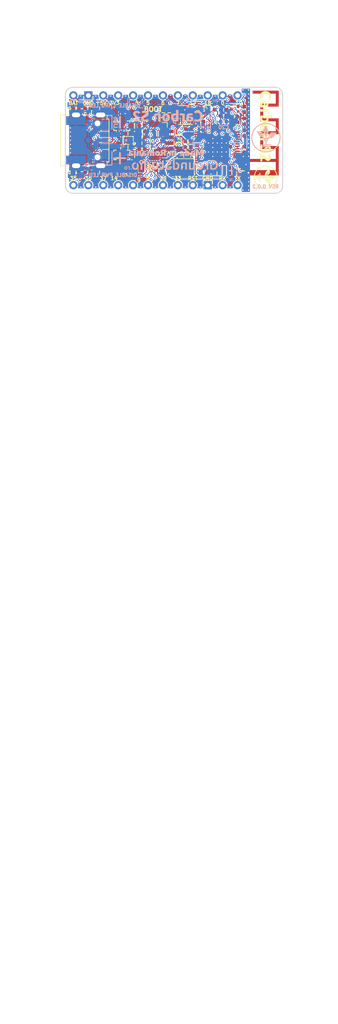
<source format=kicad_pcb>
(kicad_pcb (version 20211014) (generator pcbnew)
  (title_block (title "Carbon S2") (date "2021-12-07") (rev "0.0.2") (company "GroundStudio.ro") (comment 1 "Layout: Victor"))
  (layers (0 "F.Cu" signal "TOP") (1 "In1.Cu" power "GND") (2 "In2.Cu" signal "POWER") (31 "B.Cu" signal "BOTTOM") (34 "B.Paste" user) (35 "F.Paste" user) (36 "B.SilkS" user "B.Silkscreen") (37 "F.SilkS" user "F.Silkscreen") (38 "B.Mask" user) (39 "F.Mask" user) (44 "Edge.Cuts" user))
  (net 0 "")
  (net 1 "Feed")
  (net 2 "GND")
  (net 3 "+3V3")
  (net 4 "RESET")
  (net 5 "XTAL_P")
  (net 6 "XTAL_N")
  (net 7 "+5V")
  (net 8 "VDD_SPI")
  (net 9 "USB_VCC")
  (net 10 "+BAT")
  (net 11 "VBUS")
  (net 12 "Net-(D2-Pad1)")
  (net 13 "Net-(IC1-Pad5)")
  (net 14 "GPIO3")
  (net 15 "Net-(J1-Pad1)")
  (net 16 "Net-(J2-Pad2)")
  (net 17 "U0RXD")
  (net 18 "U0TXD")
  (net 19 "GPIO33")
  (net 20 "GPIO38")
  (net 21 "GPIO8")
  (net 22 "GPIO9")
  (net 23 "GPIO14")
  (net 24 "GPIO37")
  (net 25 "GPIO36")
  (net 26 "GPIO35")
  (net 27 "GPIO0")
  (net 28 "DAC_2")
  (net 29 "DAC_1")
  (net 30 "GPIO7")
  (net 31 "GPIO6")
  (net 32 "GPIO5")
  (net 33 "GPIO4")
  (net 34 "Net-(L1-Pad2)")
  (net 35 "Net-(LED1-Pad3)")
  (net 36 "GPIO1")
  (net 37 "Net-(LED1-Pad2)")
  (net 38 "Net-(LED2-Pad1)")
  (net 39 "GPIO21")
  (net 40 "Net-(R4-Pad1)")
  (net 41 "Net-(R5-Pad1)")
  (net 42 "GPIO2")
  (net 43 "GPIO46")
  (net 44 "GPIO45")
  (net 45 "MTMS")
  (net 46 "MTDI")
  (net 47 "MTDO")
  (net 48 "MTCK")
  (net 49 "GPIO34")
  (net 50 "SPID")
  (net 51 "SPIQ")
  (net 52 "SPICLK")
  (net 53 "SPICS0")
  (net 54 "SPIWP")
  (net 55 "SPIHD")
  (net 56 "SPICS1")
  (net 57 "UD+")
  (net 58 "UD-")
  (net 59 "XTAL_32K_N")
  (net 60 "XTAL_32K_P")
  (net 61 "GPIO13")
  (net 62 "GPIO12")
  (net 63 "GPIO11")
  (net 64 "GPIO10")
  (net 65 "Net-(USB1-PadB8)")
  (net 66 "Net-(USB1-PadA8)")
  (footprint "GS_Local:C_0402_alt" (layer "F.Cu") (at 55.6654 45.83684)
    (fp_text reference "C1")
    (fp_text value "C_0402_1uF_10V")
  )
  (footprint "GS_Local:C_0402_alt" (layer "F.Cu") (at 53.13172 45.83684)
    (fp_text reference "C2")
    (fp_text value "C_0402_100pF_50V")
  )
  (footprint "GS_Local:C_0402_alt" (layer "F.Cu") (at 50.91176 45.83684 180)
    (fp_text reference "C3")
    (fp_text value "C_0402_100nF_16V")
  )
  (footprint "GS_Local:C_0402_alt" (layer "F.Cu") (at 42.75458 44.81068 90)
    (fp_text reference "C4")
    (fp_text value "C_0402_1uF_10V")
  )
  (footprint "GS_Local:C_0402_alt" (layer "F.Cu") (at 57.57802 45.43806 -90)
    (fp_text reference "C7")
    (fp_text value "C_0402_100nF_16V")
  )
  (footprint "GS_Local:C_0402_alt" (layer "F.Cu") (at 37.987 39.09822 180)
    (fp_text reference "C8")
    (fp_text value "C_0402_1uF_10V")
  )
  (footprint "GS_Local:C_0402_alt" (layer "F.Cu") (at 37.987 41.3893 180)
    (fp_text reference "C9")
    (fp_text value "C_0402_1uF_10V")
  )
  (footprint "GS_Local:C_0402_alt" (layer "F.Cu") (at 54.25948 36.0807)
    (fp_text reference "C10")
    (fp_text value "C_0402_10uF_10V")
  )
  (footprint "GS_Local:C_0402_alt" (layer "F.Cu") (at 57.76722 37.00526 90)
    (fp_text reference "C11")
    (fp_text value "C_0402_1uF_10V")
  )
  (footprint "GS_Local:C_0402_alt" (layer "F.Cu") (at 57.76722 39.00932 90)
    (fp_text reference "C12")
    (fp_text value "C_0402_100nF_16V")
  )
  (footprint "GS_Local:C_0402_alt" (layer "F.Cu") (at 48.8074 38.78072 90)
    (fp_text reference "C13")
    (fp_text value "C_0402_100nF_16V")
  )
  (footprint "GS_Local:C_0402_alt" (layer "F.Cu") (at 47.8041 38.78086 90)
    (fp_text reference "C14")
    (fp_text value "C_0402_1uF_10V")
  )
  (footprint "GS_Local:C_0402_alt" (layer "F.Cu") (at 49.87544 35.21202 -90)
    (fp_text reference "C16")
    (fp_text value "C_0402_10uF_10V")
  )
  (footprint "GS_Local:C_0402_alt" (layer "F.Cu") (at 50.34918 37.084 180)
    (fp_text reference "C18")
    (fp_text value "C_0402_100nF_16V")
  )
  (footprint "GS_Local:SOD-123" (layer "F.Cu") (at 36.93798 37.76726 180)
    (fp_text reference "CR1")
    (fp_text value "SOD-123 B0520LW")
  )
  (footprint "GS_Local:SOD-123" (layer "F.Cu") (at 36.93798 42.72026 180)
    (fp_text reference "D1")
    (fp_text value "SOD-123 B0520LW")
  )
  (footprint "GS_Local:SOT-23-5" (layer "F.Cu") (at 47.4485 35.95878 180)
    (fp_text reference "IC1")
    (fp_text value "SOT23-5 BRCL4054CME")
  )
  (footprint "GS_Local:SK6805-EC15" (layer "F.Cu") (at 56.15816 36.70046 90)
    (fp_text reference "LED1")
    (fp_text value "SK6805-EC15 DY-S1515065")
  )
  (footprint "GS_Local:SOT-883" (layer "F.Cu") (at 50.8902 35.29838 -90)
    (fp_text reference "Q1")
    (fp_text value "SOT-883 LP0404N3T5G")
  )
  (footprint "GS_Local:R_0402_alt" (layer "F.Cu") (at 48.20666 40.39108 180)
    (fp_text reference "R1")
    (fp_text value "R_0402_3.3k")
  )
  (footprint "GS_Local:R_0402_alt" (layer "F.Cu") (at 40.3746 39.7256)
    (fp_text reference "R3")
    (fp_text value "R_0402_820k")
  )
  (footprint "GS_Local:R_0402_alt" (layer "F.Cu") (at 33.15338 45.7073)
    (fp_text reference "R4")
    (fp_text value "R_0402_5.1k")
  )
  (footprint "GS_Local:R_0402_alt" (layer "F.Cu") (at 33.15338 34.78022)
    (fp_text reference "R5")
    (fp_text value "R_0402_5.1k")
  )
  (footprint "GS_Local:R_0402_alt" (layer "F.Cu") (at 40.37206 41.73982)
    (fp_text reference "R6")
    (fp_text value "R_0402_2k")
  )
  (footprint "GS_Local:R_0402_alt" (layer "F.Cu") (at 40.37206 40.73144)
    (fp_text reference "R7")
    (fp_text value "R_0402_160k")
  )
  (footprint "GS_Local:R_0402_alt" (layer "F.Cu") (at 31.14932 45.7073)
    (fp_text reference "R9")
    (fp_text value "R_0402_20k")
  )
  (footprint "GS_Local:R_0402_alt" (layer "F.Cu") (at 31.14678 34.78022)
    (fp_text reference "R10")
    (fp_text value "R_0402_20k")
  )
  (footprint "GS_Local:R_0402_alt" (layer "F.Cu") (at 40.3746 38.71722 180)
    (fp_text reference "R12")
    (fp_text value "R_0402_3.3k")
  )
  (footprint "GS_Local:R_0402_alt" (layer "F.Cu") (at 40.3746 37.71392)
    (fp_text reference "R13")
    (fp_text value "R_0402_3.3k")
  )
  (footprint "GS_Local:R_0402_alt" (layer "F.Cu") (at 40.36952 42.7482 180)
    (fp_text reference "R14")
    (fp_text value "R_0402_10k")
  )
  (footprint "GS_Local:R_0402_alt" (layer "F.Cu") (at 44.01442 35.56508 90)
    (fp_text reference "R15")
    (fp_text value "R_0402_100k")
  )
  (footprint "GS_Local:R_0402_alt" (layer "F.Cu") (at 48.20796 41.39438 180)
    (fp_text reference "R16")
    (fp_text value "R_0402_3.3k")
  )
  (footprint "GS_Local:FBP1-1-4" (layer "F.Cu") (at 38.00478 40.25646 180)
    (fp_text reference "REG1")
    (fp_text value "FBP1-1-4_ME6211C33U4AG-N")
  )
  (footprint "GS_Local:TestPoint" (layer "F.Cu") (at 31.23822 40.24376)
    (fp_text reference "TP1")
    (fp_text value "TP_USB_VCC")
  )
  (footprint "GS_Local:TestPoint" (layer "F.Cu") (at 31.23822 45.32376)
    (fp_text reference "TP2")
    (fp_text value "TP_ONL")
  )
  (footprint "GS_Local:USB_C_C167321" (layer "F.Cu") (at 30.20122 40.24376 -90)
    (fp_text reference "USB1")
    (fp_text value "USB_C 918-418K2023S40001")
  )
  (footprint "GS_Local:C_0402_alt" (layer "F.Cu") (at 47.47768 42.8752)
    (fp_text reference "C6")
    (fp_text value "C_0402_12pF_50V")
  )
  (footprint "GS_Local:Crystal_SMD_3225-4Pin_3.2x2.5mm" (layer "F.Cu") (at 47.4599 44.83608 180)
    (fp_text reference "Y1")
    (fp_text value "Crystal_SMD_3225-4P JF4040M")
  )
  (footprint "GS_Local:QFN-56-1EP_7x7mm_P0.4mm_EP4x4mm" (layer "F.Cu") (at 53.19144 41.4655 180)
    (fp_text reference "U1")
    (fp_text value "QFN-56-1EP_7x7mm ESP32-S2FN4R2")
  )
  (footprint "GS_Local:C_0402_alt" (layer "F.Cu") (at 45.16498 44.79544 90)
    (fp_text reference "C5")
    (fp_text value "C_0402_12pF_50V")
  )
  (footprint "GS_Local:SH__1x04_P1.00mm_Vertical" (layer "F.Cu") (at 42.85364 40.24376 -90)
    (fp_text reference "X1")
    (fp_text value "SH__1x04_Vertical C145961")
  )
  (footprint "GS_Local:C_0402_alt" (layer "F.Cu") (at 54.26078 37.084)
    (fp_text reference "C17")
    (fp_text value "C_0402_100nF_16V")
  )
  (footprint "GS_Local:C_0402_alt" (layer "F.Cu") (at 45.02404 35.56508 -90)
    (fp_text reference "C15")
    (fp_text value "C_0402_1uF_10V")
  )
  (footprint "GS_Local:L_0402_alt" (layer "F.Cu") (at 57.79262 41.81602 -90)
    (fp_text reference "L1")
    (fp_text value "L_0402_2nH_900mA")
  )
  (footprint "GS_Local:R_0402_alt" (layer "F.Cu") (at 57.76468 34.99358 90)
    (fp_text reference "R2")
    (fp_text value "R_0402_442k")
  )
  (footprint "GS_Local:TestPoint" (layer "F.Cu") (at 43.93822 40.24376)
    (fp_text reference "TP5")
    (fp_text value "MTDO")
  )
  (footprint "GS_Local:TestPoint" (layer "F.Cu") (at 46.47822 37.70376)
    (fp_text reference "TP6")
    (fp_text value "MTDI")
  )
  (footprint "GS_Local:TestPoint" (layer "F.Cu") (at 49.01822 37.70376)
    (fp_text reference "TP7")
    (fp_text value "MTMS")
  )
  (footprint "GS_Local:TestPoint" (layer "F.Cu") (at 46.47822 40.24376)
    (fp_text reference "TP4")
    (fp_text value "MTCK")
  )
  (footprint "GS_Local:TestPoint" (layer "F.Cu") (at 31.23822 35.16376)
    (fp_text reference "TP3")
    (fp_text value "TP_CRGL")
  )
  (footprint "GS_Local:LED_0402_alt" (layer "F.Cu") (at 29.14272 34.78022)
    (fp_text reference "D2")
    (fp_text value "LED_0402_GREEN")
  )
  (footprint "GS_Local:LED_0402_alt" (layer "F.Cu") (at 29.14272 45.7073)
    (fp_text reference "LED2")
    (fp_text value "LED_0402_RED")
  )
  (footprint "GS_Local:TS342A2P-WZ" (layer "F.Cu") (at 38.04034 44.93768)
    (fp_text reference "SW2")
    (fp_text value "TS342A2P-WZ")
  )
  (footprint "GS_Local:TS342A2P-WZ" (layer "F.Cu") (at 38.03526 35.54984)
    (fp_text reference "SW1")
    (fp_text value "TS342A2P-WZ")
  )
  (footprint "GS_Local:R_0402_alt" (layer "F.Cu") (at 52.73678 34.57448 -90)
    (fp_text reference "R11")
    (fp_text value "R_0402_100k")
  )
  (footprint "GS_Local:Texas_SWRA117D_2.4GHz_Left" (layer "F.Cu") (at 58.49366 43.6626 -90)
    (fp_text reference "A1")
    (fp_text value "SWRA117D_2.4GHz")
  )
  (footprint "GS_Local:SOT-723" (layer "F.Cu") (at 56.16578 34.9504 180)
    (fp_text reference "T1")
    (fp_text value "SOT-723 DTA143ZMT2L")
  )
  (footprint "GS_Local:R_0402_alt" (layer "F.Cu") (at 54.26078 35.06978)
    (fp_text reference "R8")
    (fp_text value "R_0402_2k")
  )
  (footprint "GS_Branding:GS_Logo2_4x4" (layer "F.Cu") (at 61.42482 46.53026 -90)
    (fp_text reference "G***")
    (fp_text value "LOGO")
  )
  (footprint "GS_Branding:Carbon S2 12.0x2.1" (layer "F.Cu") (at 61.47054 37.8333 -90)
    (fp_text reference "G***")
    (fp_text value "LOGO")
  )
  (footprint "GS_Local:C_0402_alt" (layer "F.Cu") (at 43.75788 44.82084 -90)
    (fp_text reference "C21")
    (fp_text value "C_0402_100nF_16V")
  )
  (footprint "GS_Local:SolderJumper_NC" (layer "B.Cu") (at 29.15542 46.14926 180)
    (fp_text reference "J1")
    (fp_text value "PWR LED DISABLE")
  )
  (footprint "GS_Local:SolderJumper_NC" (layer "B.Cu") (at 29.09192 34.28746 180)
    (fp_text reference "J2")
    (fp_text value "CHARGING LED DISABLE")
  )
  (footprint "GS_Local:PinHeader_1x12_P2.54mm_Vertical_Male" (layer "B.Cu") (at 28.69822 47.86376 -90)
    (fp_text reference "J3")
    (fp_text value "PinHeader_1x12_P2.54_V_M A2541WV-12P")
  )
  (footprint "GS_Local:PH__1x02_P2.00mm_Horizontal" (layer "B.Cu") (at 34.90722 40.24376 90)
    (fp_text reference "X2")
    (fp_text value "PH__1x02_P2.00mm_Horizontal C47647")
  )
  (footprint "GS_Local:PinHeader_1x12_P2.54mm_Vertical_Male" (layer "B.Cu") (at 28.69822 32.62376 -90)
    (fp_text reference "J4")
    (fp_text value "PinHeader_1x12_P2.54_V_M A2541WV-12P")
  )
  (footprint "GS_Local:C_0402_alt" (layer "B.Cu") (at 50.7492 38.01364 -90)
    (fp_text reference "C19")
    (fp_text value "DNP C_0402_alt")
  )
  (footprint "GS_Local:Crystal_32.768kHz_SMD" (layer "B.Cu") (at 52.79644 38.42512 90)
    (fp_text reference "Y2")
    (fp_text value "DNP Crystal_32.768kHz_SMD")
  )
  (footprint "GS_Local:C_0402_alt" (layer "B.Cu") (at 54.25948 37.08654)
    (fp_text reference "C20")
    (fp_text value "DNP C_0402_alt")
  )
  (footprint "GS_Branding:Carbon S2 12.0x2.1" (layer "B.Cu") (at 44.77258 36.08578 180)
    (fp_text reference "G***")
    (fp_text value "LOGO")
  )
  (footprint "GS_Branding:GS_Made in Romania_12.9x1.5" (layer "B.Cu") (at 44.40428 42.35196 180)
    (fp_text reference "G***")
    (fp_text value "LOGO")
  )
  (footprint "GS_Branding:GS_GroundStudio_14.6x1.8" (layer "B.Cu") (at 45.96892 44.3357 180)
    (fp_text reference "G***")
    (fp_text value "LOGO")
  )
  (footprint "GS_Branding:GS_.ro_1.2x0.6" (layer "B.Cu") (at 37.973 44.93768 180)
    (fp_text reference "G***")
    (fp_text value "LOGO")
  )
  (footprint "GS_Branding:GS_Logo2_5x5" (layer "B.Cu") (at 61.46038 39.79164 180)
    (fp_text reference "G***")
    (fp_text value "LOGO")
  )
  (gr_arc (start 63.0555 31.24298) (mid 63.953526 31.614954) (end 64.3255 32.51298) (layer "Edge.Cuts") (width 0.1524))
  (gr_arc (start 27.33802 32.51376) (mid 27.709994 31.615734) (end 28.60802 31.24376) (layer "Edge.Cuts") (width 0.1524))
  (gr_arc (start 64.3255 47.97298) (mid 63.953526 48.871006) (end 63.0555 49.24298) (layer "Edge.Cuts") (width 0.1524))
  (gr_arc (start 28.60802 49.24376) (mid 27.709994 48.871786) (end 27.33802 47.97376) (layer "Edge.Cuts") (width 0.1524))
  (gr_line (start 64.3255 32.51298) (end 64.3255 47.97298) (layer "Edge.Cuts") (width 0.1524))
  (gr_line (start 28.60802 31.24376) (end 63.0555 31.24298) (layer "Edge.Cuts") (width 0.1524))
  (gr_line (start 27.33802 47.97376) (end 27.33802 32.51376) (layer "Edge.Cuts") (width 0.1524))
  (gr_line (start 63.0555 49.24298) (end 28.60802 49.24376) (layer "Edge.Cuts") (width 0.1524))
  (gr_text "LiPo" (at 35.87118 37.20592 -90) (layer "B.SilkS") (effects (font (size 0.6096 0.6096) (thickness 0.1524)) (justify mirror)))
  (gr_text "REV 0.0.2" (at 61.3931 48.11268) (layer "B.SilkS") (effects (font (size 0.6096 0.6096) (thickness 0.1524)) (justify mirror)))
  (gr_text "DISABLE PWR LED" (at 35.447 46.14926) (layer "B.SilkS") (effects (font (size 0.6096 0.6096) (thickness 0.1524)) (justify mirror)))
  (gr_text "DISABLE CHRG LED" (at 35.701 34.33826) (layer "B.SilkS") (effects (font (size 0.6096 0.6096) (thickness 0.1524)) (justify mirror)))
  (gr_text "36" (at 31.2433 46.69536) (layer "F.SilkS") (effects (font (size 0.6096 0.6096) (thickness 0.1524))))
  (gr_text "37" (at 33.7833 46.69536) (layer "F.SilkS") (effects (font (size 0.6096 0.6096) (thickness 0.1524))))
  (gr_text "14" (at 35.64128 46.69536) (layer "F.SilkS") (effects (font (size 0.6096 0.6096) (thickness 0.1524))))
  (gr_text "9" (at 39.83228 47.04334) (layer "F.SilkS") (effects (font (size 0.6096 0.6096) (thickness 0.1524))))
  (gr_text "8" (at 41.3893 46.67504) (layer "F.SilkS") (effects (font (size 0.6096 0.6096) (thickness 0.1524))))
  (gr_text "38" (at 43.96362 46.72076) (layer "F.SilkS") (effects (font (size 0.6096 0.6096) (thickness 0.1524))))
  (gr_text "33" (at 46.4833 46.69536) (layer "F.SilkS") (effects (font (size 0.6096 0.6096) (thickness 0.1524))))
  (gr_text "RST" (at 49.0233 46.69536) (layer "F.SilkS") (effects (font (size 0.6096 0.6096) (thickness 0.1524))))
  (gr_text "GND" (at 51.5633 46.69536) (layer "F.SilkS") (effects (font (size 0.6096 0.6096) (thickness 0.1524))))
  (gr_text "RX" (at 54.08806 46.6979) (layer "F.SilkS") (effects (font (size 0.6096 0.6096) (thickness 0.1524))))
  (gr_text "BAT" (at 28.69822 33.91408) (layer "F.SilkS") (effects (font (size 0.6096 0.6096) (thickness 0.1524))))
  (gr_text "7" (at 46.47314 33.91916) (layer "F.SilkS") (effects (font (size 0.6096 0.6096) (thickness 0.1524))))
  (gr_text "3V3" (at 35.68192 33.8963) (layer "F.SilkS") (effects (font (size 0.6096 0.6096) (thickness 0.1524))))
  (gr_text "4" (at 39.497 33.72104) (layer "F.SilkS") (effects (font (size 0.6096 0.6096) (thickness 0.1524))))
  (gr_text "5V" (at 33.77314 33.91916) (layer "F.SilkS") (effects (font (size 0.6096 0.6096) (thickness 0.1524))))
  (gr_text "0" (at 54.09314 33.91916) (layer "F.SilkS") (effects (font (size 0.6096 0.6096) (thickness 0.1524))))
  (gr_text "6" (at 43.93314 33.91916) (layer "F.SilkS") (effects (font (size 0.6096 0.6096) (thickness 0.1524))))
  (gr_text "GND" (at 31.23314 33.91916) (layer "F.SilkS") (effects (font (size 0.6096 0.6096) (thickness 0.1524))))
  (gr_text "17" (at 49.01314 33.91916) (layer "F.SilkS") (effects (font (size 0.6096 0.6096) (thickness 0.1524))))
  (gr_text "18" (at 51.55314 33.91916) (layer "F.SilkS") (effects (font (size 0.6096 0.6096) (thickness 0.1524))))
  (gr_text "TX" (at 56.6433 46.69536) (layer "F.SilkS") (effects (font (size 0.6096 0.6096) (thickness 0.1524))))
  (gr_text "10" (at 56.87822 33.82518) (layer "F.SilkS") (effects (font (size 0.6096 0.6096) (thickness 0.1524))))
  (gr_text "5" (at 41.39314 33.91916) (layer "F.SilkS") (effects (font (size 0.6096 0.6096) (thickness 0.1524))))
  (gr_text "BOOT" (at 42.26306 34.97834) (layer "F.SilkS") (effects (font (size 0.8 0.8) (thickness 0.2))))
  (gr_text "I C" (at 46.5836 40.23614 -90) (layer "F.SilkS") (effects (font (size 1 1) (thickness 0.25))))
  (gr_text "2" (at 46.79188 40.00246 -90) (layer "F.SilkS") (effects (font (size 0.6096 0.6096) (thickness 0.1524))))
  (gr_text "R" (at 41.69156 44.93006) (layer "F.SilkS") (effects (font (size 1 1) (thickness 0.2))))
  (gr_text "35" (at 28.7033 46.69536) (layer "F.SilkS") (effects (font (size 0.6096 0.6096) (thickness 0.1524))))
  (segment (start 56.96588 43.65244) (end 57.24386 43.50872) (width 0.127) (layer "F.Cu") (net 1))
  (segment (start 57.246287 43.8209) (end 56.9481 43.67276) (width 0.127) (layer "F.Cu") (net 1))
  (segment (start 57.12336 43.66514) (end 56.6369 43.66514) (width 0.2) (layer "F.Cu") (net 1))
  (segment (start 56.6369 43.66514) (end 56.63654 43.6655) (width 0.2) (layer "F.Cu") (net 1))
  (segment (start 58.49366 43.6626) (end 57.32148 43.6626) (width 0.5) (layer "F.Cu") (net 1))
  (segment (start 58.3959 44.4567) (end 58.3959 47.3837) (width 0.7) (layer "F.Cu") (net 2))
  (segment (start 54.74578 37.084) (end 54.3052 36.58362) (width 0.2) (layer "F.Cu") (net 2))
  (segment (start 47.82978 38.29586) (end 48.30448 38.77056) (width 0.2) (layer "F.Cu") (net 2))
  (segment (start 42.75458 44.32568) (end 42.77772 44.32568) (width 0.2) (layer "F.Cu") (net 2))
  (segment (start 50.22472 45.83684) (end 49.94278 45.5549) (width 0.2) (layer "F.Cu") (net 2))
  (segment (start 41.55224 37.4209) (end 41.20028 37.06894) (width 0.2) (layer "F.Cu") (net 2))
  (segment (start 43.75788 45.30584) (end 44.61132 44.7929) (width 0.2) (layer "F.Cu") (net 2))
  (segment (start 54.33952 36.4998) (end 54.33952 36.5493) (width 0.2) (layer "F.Cu") (net 2))
  (segment (start 58.801 45.77276) (end 58.70136 45.8724) (width 0.2) (layer "F.Cu") (net 2))
  (segment (start 48.33256 38.77056) (end 48.8074 38.29572) (width 0.2) (layer "F.Cu") (net 2))
  (segment (start 42.77772 44.32568) (end 43.75788 45.30584) (width 0.2) (layer "F.Cu") (net 2))
  (segment (start 34.08184 43.59402) (end 34.08184 43.2943) (width 0.2) (layer "F.Cu") (net 2))
  (segment (start 54.3052 36.58362) (end 54.74448 36.0807) (width 0.2) (layer "F.Cu") (net 2))
  (segment (start 54.74578 37.084) (end 55.5917 37.084) (width 0.2) (layer "F.Cu") (net 2))
  (segment (start 47.8041 38.29586) (end 47.82978 38.29586) (width 0.2) (layer "F.Cu") (net 2))
  (segment (start 37.502 41.3893) (end 37.502 41.4644) (width 0.2) (layer "F.Cu") (net 2))
  (segment (start 55.5917 37.084) (end 55.68316 37.17546) (width 0.2) (layer "F.Cu") (net 2))
  (segment (start 50.42676 45.83684) (end 50.22472 45.83684) (width 0.2) (layer "F.Cu") (net 2))
  (segment (start 34.08184 36.89858) (end 34.08184 37.1983) (width 0.2) (layer "F.Cu") (net 2))
  (segment (start 42.46898 37.4209) (end 41.55224 37.4209) (width 0.2) (layer "F.Cu") (net 2))
  (segment (start 54.33952 36.5493) (end 54.3052 36.58362) (width 0.2) (layer "F.Cu") (net 2))
  (segment (start 37.502 41.4644) (end 37.93744 41.89984) (width 0.2) (layer "F.Cu") (net 2))
  (segment (start 48.30448 38.77056) (end 48.33256 38.77056) (width 0.2) (layer "F.Cu") (net 2))
  (via (at 52.11702 45.97654) (size 0.45) (drill 0.2) (layers "F.Cu" "B.Cu") (net 2))
  (via (at 49.34842 45.97654) (size 0.45) (drill 0.2) (layers "F.Cu" "B.Cu") (net 2))
  (via (at 46.72714 46.50994) (size 0.45) (drill 0.2) (layers "F.Cu" "B.Cu") (net 2))
  (via (at 45.6451 46.44644) (size 0.45) (drill 0.2) (layers "F.Cu" "B.Cu") (net 2))
  (via (at 44.9339 45.9359) (size 0.45) (drill 0.2) (layers "F.Cu" "B.Cu") (net 2))
  (via (at 48.65246 43.05554) (size 0.45) (drill 0.2) (layers "F.Cu" "B.Cu") (net 2))
  (via (at 47.25546 44.77258) (size 0.45) (drill 0.2) (layers "F.Cu" "B.Cu") (net 2))
  (via (at 29.96822 48.18888) (size 0.45) (drill 0.2) (layers "F.Cu" "B.Cu") (net 2))
  (via (at 28.18514 38.14826) (size 0.45) (drill 0.2) (layers "F.Cu" "B.Cu") (net 2))
  (via (at 28.18514 38.84826) (size 0.45) (drill 0.2) (layers "F.Cu" "B.Cu") (net 2))
  (via (at 28.18514 39.54826) (size 0.45) (drill 0.2) (layers "F.Cu" "B.Cu") (net 2))
  (via (at 28.18514 40.24826) (size 0.45) (drill 0.2) (layers "F.Cu" "B.Cu") (net 2))
  (via (at 28.18514 40.94826) (size 0.45) (drill 0.2) (layers "F.Cu" "B.Cu") (net 2))
  (via (at 28.18514 41.64826) (size 0.45) (drill 0.2) (layers "F.Cu" "B.Cu") (net 2))
  (via (at 28.18514 42.34826) (size 0.45) (drill 0.2) (layers "F.Cu" "B.Cu") (net 2))
  (via (at 32.50822 48.18888) (size 0.45) (drill 0.2) (layers "F.Cu" "B.Cu") (net 2))
  (via (at 35.04822 48.18888) (size 0.45) (drill 0.2) (layers "F.Cu" "B.Cu") (net 2))
  (via (at 37.58822 48.18888) (size 0.45) (drill 0.2) (layers "F.Cu" "B.Cu") (net 2))
  (via (at 40.12822 48.18888) (size 0.45) (drill 0.2) (layers "F.Cu" "B.Cu") (net 2))
  (via (at 42.66822 48.18888) (size 0.45) (drill 0.2) (layers "F.Cu" "B.Cu") (net 2))
  (via (at 45.20822 48.18888) (size 0.45) (drill 0.2) (layers "F.Cu" "B.Cu") (net 2))
  (via (at 47.74822 48.18888) (size 0.45) (drill 0.2) (layers "F.Cu" "B.Cu") (net 2))
  (via (at 50.28822 48.18888) (size 0.45) (drill 0.2) (layers "F.Cu" "B.Cu") (net 2))
  (via (at 52.82822 48.18888) (size 0.45) (drill 0.2) (layers "F.Cu" "B.Cu") (net 2))
  (via (at 55.36822 48.18888) (size 0.45) (drill 0.2) (layers "F.Cu" "B.Cu") (net 2))
  (via (at 29.96822 32.72282) (size 0.45) (drill 0.2) (layers "F.Cu" "B.Cu") (net 2))
  (via (at 32.50822 32.72282) (size 0.45) (drill 0.2) (layers "F.Cu" "B.Cu") (net 2))
  (via (at 35.04822 32.72282) (size 0.45) (drill 0.2) (layers "F.Cu" "B.Cu") (net 2))
  (via (at 37.58822 32.72282) (size 0.45) (drill 0.2) (layers "F.Cu" "B.Cu") (net 2))
  (via (at 40.12822 32.72282) (size 0.45) (drill 0.2) (layers "F.Cu" "B.Cu") (net 2))
  (via (at 42.66822 32.72282) (size 0.45) (drill 0.2) (layers "F.Cu" "B.Cu") (net 2))
  (via (at 45.20822 32.58566) (size 0.45) (drill 0.2) (layers "F.Cu" "B.Cu") (net 2))
  (via (at 47.73044 32.60598) (size 0.45) (drill 0.2) (layers "F.Cu" "B.Cu") (net 2))
  (via (at 50.28822 32.72282) (size 0.45) (drill 0.2) (layers "F.Cu" "B.Cu") (net 2))
  (via (at 52.82822 32.72282) (size 0.45) (drill 0.2) (layers "F.Cu" "B.Cu") (net 2))
  (via (at 57.61358 42.9895) (size 0.45) (drill 0.2) (layers "F.Cu" "B.Cu") (net 2))
  (via (at 56.21404 46.43374) (size 0.45) (drill 0.2) (layers "F.Cu" "B.Cu") (net 2))
  (via (at 49.90976 45.53966) (size 0.45) (drill 0.2) (layers "F.Cu" "B.Cu") (net 2))
  (via (at 48.30702 38.735) (size 0.45) (drill 0.2) (layers "F.Cu" "B.Cu") (net 2))
  (via (at 40.7289 34.39414) (size 0.45) (drill 0.2) (layers "F.Cu" "B.Cu") (net 2))
  (via (at 39.26462 40.71366) (size 0.45) (drill 0.2) (layers "F.Cu" "B.Cu") (net 2))
  (via (at 47.66186 35.07994) (size 0.45) (drill 0.2) (layers "F.Cu" "B.Cu") (net 2))
  (via (at 44.51226 36.53536) (size 0.45) (drill 0.2) (layers "F.Cu" "B.Cu") (net 2))
  (via (at 44.61132 44.7929) (size 0.45) (drill 0.2) (layers "F.Cu" "B.Cu") (net 2))
  (via (at 39.11222 38.71976) (size 0.45) (drill 0.2) (layers "F.Cu" "B.Cu") (net 2))
  (via (at 38.05812 38.61816) (size 0.45) (drill 0.2) (layers "F.Cu" "B.Cu") (net 2))
  (via (at 36.51126 40.38346) (size 0.45) (drill 0.2) (layers "F.Cu" "B.Cu") (net 2))
  (via (at 36.24202 43.21556) (size 0.45) (drill 0.2) (layers "F.Cu" "B.Cu") (net 2))
  (via (at 36.81606 38.48608) (size 0.45) (drill 0.2) (layers "F.Cu" "B.Cu") (net 2))
  (via (at 37.51202 35.69716) (size 0.45) (drill 0.2) (layers "F.Cu" "B.Cu") (net 2))
  (via (at 38.64486 43.55084) (size 0.45) (drill 0.2) (layers "F.Cu" "B.Cu") (net 2))
  (via (at 37.6187 45.91304) (size 0.45) (drill 0.2) (layers "F.Cu" "B.Cu") (net 2))
  (via (at 57.56532 31.69158) (size 0.45) (drill 0.2) (layers "F.Cu" "B.Cu") (net 2))
  (via (at 57.5577 48.69434) (size 0.45) (drill 0.2) (layers "F.Cu" "B.Cu") (net 2))
  (via (at 58.07078 44.34332) (size 0.45) (drill 0.2) (layers "F.Cu" "B.Cu") (net 2))
  (via (at 58.51398 38.68904) (size 0.45) (drill 0.2) (layers "F.Cu" "B.Cu") (net 2))
  (via (at 58.52036 42.9768) (size 0.45) (drill 0.2) (layers "F.Cu" "B.Cu") (net 2))
  (via (at 58.51398 37.28904) (size 0.45) (drill 0.2) (layers "F.Cu" "B.Cu") (net 2))
  (via (at 58.51398 37.98904) (size 0.45) (drill 0.2) (layers "F.Cu" "B.Cu") (net 2))
  (via (at 58.51398 40.78904) (size 0.45) (drill 0.2) (layers "F.Cu" "B.Cu") (net 2))
  (via (at 58.51398 42.18904) (size 0.45) (drill 0.2) (layers "F.Cu" "B.Cu") (net 2))
  (via (at 58.52668 48.69698) (size 0.45) (drill 0.2) (layers "F.Cu" "B.Cu") (net 2))
  (via (at 58.51398 36.58904) (size 0.45) (drill 0.2) (layers "F.Cu" "B.Cu") (net 2))
  (via (at 58.51398 40.08904) (size 0.45) (drill 0.2) (layers "F.Cu" "B.Cu") (net 2))
  (via (at 58.51398 41.48904) (size 0.45) (drill 0.2) (layers "F.Cu" "B.Cu") (net 2))
  (via (at 58.51398 39.38904) (size 0.45) (drill 0.2) (layers "F.Cu" "B.Cu") (net 2))
  (via (at 58.51398 33.78904) (size 0.45) (drill 0.2) (layers "F.Cu" "B.Cu") (net 2))
  (via (at 58.52668 46.59698) (size 0.45) (drill 0.2) (layers "F.Cu" "B.Cu") (net 2))
  (via (at 58.51398 35.88904) (size 0.45) (drill 0.2) (layers "F.Cu" "B.Cu") (net 2))
  (via (at 58.51398 35.18904) (size 0.45) (drill 0.2) (layers "F.Cu" "B.Cu") (net 2))
  (via (at 58.51398 34.48904) (size 0.45) (drill 0.2) (layers "F.Cu" "B.Cu") (net 2))
  (via (at 58.51398 33.08904) (size 0.45) (drill 0.2) (layers "F.Cu" "B.Cu") (net 2))
  (via (at 58.51398 32.38904) (size 0.45) (drill 0.2) (layers "F.Cu" "B.Cu") (net 2))
  (via (at 58.51398 31.68904) (size 0.45) (drill 0.2) (layers "F.Cu" "B.Cu") (net 2))
  (via (at 58.52668 47.29698) (size 0.45) (drill 0.2) (layers "F.Cu" "B.Cu") (net 2))
  (via (at 58.52668 47.99698) (size 0.45) (drill 0.2) (layers "F.Cu" "B.Cu") (net 2))
  (via (at 31.81988 37.48532) (size 0.45) (drill 0.2) (layers "F.Cu" "B.Cu") (net 2))
  (via (at 55.36822 32.63646) (size 0.45) (drill 0.2) (layers "F.Cu" "B.Cu") (net 2))
  (via (at 31.98622 40.87622) (size 0.45) (drill 0.2) (layers "F.Cu" "B.Cu") (net 2))
  (via (at 45.45206 43.66768) (size 0.45) (drill 0.2) (layers "F.Cu" "B.Cu") (net 2))
  (via (at 44.91612 43.04792) (size 0.45) (drill 0.2) (layers "F.Cu" "B.Cu") (net 2))
  (via (at 44.00426 46.18736) (size 0.45) (drill 0.2) (layers "F.Cu" "B.Cu") (net 2))
  (via (at 41.20028 37.06894) (size 0.45) (drill 0.2) (layers "F.Cu" "B.Cu") (net 2))
  (via (at 46.35122 43.19016) (size 0.45) (drill 0.2) (layers "F.Cu" "B.Cu") (net 2))
  (via (at 54.86022 46.53026) (size 0.45) (drill 0.2) (layers "F.Cu" "B.Cu") (net 2))
  (via (at 49.89198 37.77234) (size 0.45) (drill 0.2) (layers "F.Cu" "B.Cu") (net 2))
  (via (at 38.83282 39.58336) (size 0.45) (drill 0.2) (layers "F.Cu" "B.Cu") (net 2))
  (via (at 37.93744 41.89984) (size 0.45) (drill 0.2) (layers "F.Cu" "B.Cu") (net 2))
  (via (at 54.3052 36.58362) (size 0.45) (drill 0.2) (layers "F.Cu" "B.Cu") (net 2))
  (segment (start 52.82822 47.80026) (end 53.702921 46.925559) (width 0.2) (layer "B.Cu") (net 2))
  (segment (start 47.74822 48.18888) (end 47.74822 47.804491) (width 0.2) (layer "B.Cu") (net 2))
  (segment (start 47.74822 47.804491) (end 48.627152 46.925559) (width 0.2) (layer "B.Cu") (net 2))
  (segment (start 53.702921 46.925559) (end 54.464921 46.925559) (width 0.2) (layer "B.Cu") (net 2))
  (segment (start 49.413519 46.925559) (end 50.28822 47.80026) (width 0.2) (layer "B.Cu") (net 2))
  (segment (start 50.28822 47.80026) (end 50.28822 48.18888) (width 0.2) (layer "B.Cu") (net 2))
  (segment (start 48.627152 46.925559) (end 49.413519 46.925559) (width 0.2) (layer "B.Cu") (net 2))
  (segment (start 54.464921 46.925559) (end 54.86022 46.53026) (width 0.2) (layer "B.Cu") (net 2))
  (segment (start 52.82822 48.18888) (end 52.82822 47.80026) (width 0.2) (layer "B.Cu") (net 2))
  (segment (start 50.99144 38.787682) (end 50.99144 38.0204) (width 0.2) (layer "F.Cu") (net 3))
  (segment (start 57.56532 41.51246) (end 57.3405 41.73728) (width 0.2) (layer "F.Cu") (net 3))
  (segment (start 54.99144 44.9106) (end 54.99144 45.64788) (width 0.2) (layer "F.Cu") (net 3))
  (segment (start 53.79144 38.0204) (end 53.79144 38.39572) (width 0.2) (layer "F.Cu") (net 3))
  (segment (start 53.77448 36.0807) (end 53.77578 36.082) (width 0.2) (layer "F.Cu") (net 3))
  (segment (start 44.99398 40.7209) (end 44.938237 40.665157) (width 0.2) (layer "F.Cu") (net 3))
  (segment (start 38.43912 41.5393) (end 38.472 41.57218) (width 0.2) (layer "F.Cu") (net 3))
  (segment (start 39.88452 42.7482) (end 39.88452 42.5934) (width 0.2) (layer "F.Cu") (net 3))
  (segment (start 52.103881 39.23849) (end 51.442248 39.23849) (width 0.2) (layer "F.Cu") (net 3))
  (segment (start 56.63654 44.0655) (end 57.52178 44.95074) (width 0.2) (layer "F.Cu") (net 3))
  (segment (start 39.8896 39.7256) (end 39.8896 38.71722) (width 0.2) (layer "F.Cu") (net 3))
  (segment (start 29.62772 45.7073) (end 29.62772 45.69728) (width 0.2) (layer "F.Cu") (net 3))
  (segment (start 58.06186 39.97198) (end 58.06186 40.91432) (width 0.2) (layer "F.Cu") (net 3))
  (segment (start 57.56532 41.33102) (end 57.56532 41.51246) (width 0.2) (layer "F.Cu") (net 3))
  (segment (start 39.8896 37.71392) (end 39.8896 37.34802) (width 0.2) (layer "F.Cu") (net 3))
  (segment (start 53.79144 38.0204) (end 53.79144 37.08866) (width 0.2) (layer "F.Cu") (net 3))
  (segment (start 43.326323 40.665157) (end 42.61887 41.37261) (width 0.2) (layer "F.Cu") (net 3))
  (segment (start 57.64516 41.33102) (end 57.56532 41.33102) (width 0.2) (layer "F.Cu") (net 3))
  (segment (start 44.938237 40.665157) (end 43.326323 40.665157) (width 0.2) (layer "F.Cu") (net 3))
  (segment (start 57.0469 34.26968) (end 57.0992 34.26968) (width 0.2) (layer "F.Cu") (net 3))
  (segment (start 52.74497 38.597401) (end 52.103881 39.23849) (width 0.2) (layer "F.Cu") (net 3))
  (segment (start 51.29406 45.83684) (end 51.04768 45.59046) (width 0.2) (layer "F.Cu") (net 3))
  (segment (start 38.43912 40.6908) (end 38.43912 41.5393) (width 0.2) (layer "F.Cu") (net 3))
  (segment (start 57.58166 39.49178) (end 58.06186 39.97198) (width 0.2) (layer "F.Cu") (net 3))
  (segment (start 57.56532 39.49178) (end 57.58166 39.49178) (width 0.2) (layer "F.Cu") (net 3))
  (segment (start 53.834291 44.333599) (end 53.791435 44.376455) (width 0.2) (layer "F.Cu") (net 3))
  (segment (start 38.35478 40.60646) (end 38.43912 40.6908) (width 0.2) (layer "F.Cu") (net 3))
  (segment (start 39.1935 41.79316) (end 38.97252 41.57218) (width 0.2) (layer "F.Cu") (net 3))
  (segment (start 57.52708 37.25432) (end 57.61148 37.16992) (width 0.2) (layer "F.Cu") (net 3))
  (segment (start 53.589759 38.597401) (end 52.74497 38.597401) (width 0.2) (layer "F.Cu") (net 3))
  (segment (start 57.51946 44.95306) (end 57.09542 45.3771) (width 0.2) (layer "F.Cu") (net 3))
  (segment (start 54.789911 44.333599) (end 53.834291 44.333599) (width 0.2) (layer "F.Cu") (net 3))
  (segment (start 38.35478 40.60646) (end 38.61998 40.60646) (width 0.2) (layer "F.Cu") (net 3))
  (segment (start 57.57802 44.95306) (end 57.51946 44.95306) (width 0.2) (layer "F.Cu") (net 3))
  (segment (start 53.79144 44.37646) (end 53.791435 44.376455) (width 0.2) (layer "F.Cu") (net 3))
  (segment (start 30.8877 44.4373) (end 31.22298 44.4373) (width 0.2) (layer "F.Cu") (net 3))
  (segment (start 39.36505 41.96471) (end 39.1935 41.79316) (width 0.2) (layer "F.Cu") (net 3))
  (segment (start 51.39676 45.83684) (end 51.29406 45.83684) (width 0.2) (layer "F.Cu") (net 3))
  (segment (start 51.39144 45.83152) (end 51.39676 45.83684) (width 0.2) (layer "F.Cu") (net 3))
  (segment (start 44.99398 40.7209) (end 44.985916 40.712836) (width 0.2) (layer "F.Cu") (net 3))
  (segment (start 50.99144 38.0204) (end 50.99144 37.24126) (width 0.2) (layer "F.Cu") (net 3))
  (segment (start 39.88452 42.5934) (end 39.36505 42.07393) (width 0.2) (layer "F.Cu") (net 3))
  (segment (start 53.77448 36.0807) (end 53.25748 36.0807) (width 0.2) (layer "F.Cu") (net 3))
  (segment (start 54.99144 44.535128) (end 54.789911 44.333599) (width 0.2) (layer "F.Cu") (net 3))
  (segment (start 51.39144 44.9106) (end 51.39144 45.83152) (width 0.2) (layer "F.Cu") (net 3))
  (segment (start 53.79144 44.9106) (end 53.79144 44.37646) (width 0.2) (layer "F.Cu") (net 3))
  (segment (start 51.442248 39.23849) (end 50.99144 38.787682) (width 0.2) (layer "F.Cu") (net 3))
  (segment (start 53.25748 36.0807) (end 53.24478 36.068) (width 0.2) (layer "F.Cu") (net 3))
  (segment (start 29.62772 45.69728) (end 30.8877 44.4373) (width 0.2) (layer "F.Cu") (net 3))
  (segment (start 39.36505 42.07393) (end 39.36505 41.96471) (width 0.2) (layer "F.Cu") (net 3))
  (segment (start 50.99144 37.24126) (end 50.83418 37.084) (width 0.2) (layer "F.Cu") (net 3))
  (segment (start 53.79144 44.9106) (end 53.79144 45.66212) (width 0.2) (layer "F.Cu") (net 3))
  (segment (start 56.74078 34.5758) (end 57.0469 34.26968) (width 0.2) (layer "F.Cu") (net 3))
  (segment (start 38.97252 41.57218) (end 38.472 41.57218) (width 0.2) (layer "F.Cu") (net 3))
  (segment (start 54.99144 45.64788) (end 55.1804 45.83684) (width 0.2) (layer "F.Cu") (net 3))
  (segment (start 58.06186 40.91432) (end 57.64516 41.33102) (width 0.2) (layer "F.Cu") (net 3))
  (segment (start 39.8896 37.34802) (end 40.19172 37.0459) (width 0.2) (layer "F.Cu") (net 3))
  (segment (start 57.52708 37.49026) (end 57.52708 37.25432) (width 0.2) (layer "F.Cu") (net 3))
  (segment (start 38.61998 40.60646) (end 39.50084 39.7256) (width 0.2) (layer "F.Cu") (net 3))
  (segment (start 53.79144 38.39572) (end 53.589759 38.597401) (width 0.2) (layer "F.Cu") (net 3))
  (segment (start 39.8896 37.71392) (end 39.8896 38.71722) (width 0.2) (layer "F.Cu") (net 3))
  (segment (start 57.52178 44.95074) (end 57.09542 45.3771) (width 0.2) (layer "F.Cu") (net 3))
  (segment (start 53.79144 37.08866) (end 53.79356 37.08654) (width 0.2) (layer "F.Cu") (net 3))
  (segment (start 53.79144 45.66212) (end 53.61672 45.83684) (width 0.2) (layer "F.Cu") (net 3))
  (segment (start 39.50084 39.7256) (end 39.8896 39.7256) (width 0.2) (layer "F.Cu") (net 3))
  (segment (start 54.99144 44.9106) (end 54.99144 44.535128) (width 0.2) (layer "F.Cu") (net 3))
  (segment (start 53.77578 36.082) (end 53.77578 37.084) (width 0.2) (layer "F.Cu") (net 3))
  (via (at 57.65397 37.1729) (size 0.45) (drill 0.2) (layers "F.Cu" "B.Cu") (net 3))
  (via (at 31.22298 44.4373) (size 0.45) (drill 0.2) (layers "F.Cu" "B.Cu") (net 3))
  (via (at 42.61887 41.37261) (size 0.45) (drill 0.2) (layers "F.Cu" "B.Cu") (net 3))
  (via (at 39.1935 41.79316) (size 0.45) (drill 0.2) (layers "F.Cu" "B.Cu") (net 3))
  (via (at 57.3405 41.73728) (size 0.45) (drill 0.2) (layers "F.Cu" "B.Cu") (net 3))
  (via (at 51.07178 45.61332) (size 0.45) (drill 0.2) (layers "F.Cu" "B.Cu") (net 3))
  (via (at 53.24478 36.068) (size 0.45) (drill 0.2) (layers "F.Cu" "B.Cu") (net 3))
  (via (at 57.0992 34.26968) (size 0.45) (drill 0.2) (layers "F.Cu" "B.Cu") (net 3))
  (via (at 53.791435 44.376455) (size 0.45) (drill 0.2) (layers "F.Cu" "B.Cu") (net 3))
  (via (at 57.09542 45.3771) (size 0.45) (drill 0.2) (layers "F.Cu" "B.Cu") (net 3))
  (via (at 40.19172 37.0459) (size 0.45) (drill 0.2) (layers "F.Cu" "B.Cu") (net 3))
  (segment (start 57.535901 34.704139) (end 57.770941 34.939179) (width 0.2) (layer "B.Cu") (net 3))
  (segment (start 57.807969 37.326899) (end 57.65397 37.1729) (width 0.2) (layer "B.Cu") (net 3))
  (segment (start 40.19172 34.32178) (end 40.19172 37.0459) (width 0.2) (layer "B.Cu") (net 3))
  (segment (start 41.93053 41.37261) (end 42.61887 41.37261) (width 0.2) (layer "B.Cu") (net 3))
  (segment (start 49.983701 34.302981) (end 49.496691 33.815971) (width 0.2) (layer "B.Cu") (net 3))
  (segment (start 54.806425 34.146053) (end 54.804359 34.148119) (width 0.2) (layer "B.Cu") (net 3))
  (segment (start 52.61864 34.767162) (end 52.61864 34.6456) (width 0.2) (layer "B.Cu") (net 3))
  (segment (start 53.24478 35.393302) (end 52.85486 35.003382) (width 0.2) (layer "B.Cu") (net 3))
  (segment (start 52.61864 34.767162) (end 52.61864 34.67354) (width 0.2) (layer "B.Cu") (net 3))
  (segment (start 57.65397 35.490072) (end 57.65397 37.1729) (width 0.2) (layer "B.Cu") (net 3))
  (segment (start 50.888243 34.148119) (end 50.733381 34.302981) (width 0.2) (layer "B.Cu") (net 3))
  (segment (start 52.121159 34.148119) (end 50.888243 34.148119) (width 0.2) (layer "B.Cu") (net 3))
  (segment (start 52.61864 34.6456) (end 52.121159 34.148119) (width 0.2) (layer "B.Cu") (net 3))
  (segment (start 57.770941 35.373101) (end 57.65397 35.490072) (width 0.2) (layer "B.Cu") (net 3))
  (segment (start 54.951614 34.146053) (end 54.806425 34.146053) (width 0.2) (layer "B.Cu") (net 3))
  (segment (start 57.770941 34.939179) (end 57.770941 35.373101) (width 0.2) (layer "B.Cu") (net 3))
  (segment (start 50.733381 34.302981) (end 49.983701 34.302981) (width 0.2) (layer "B.Cu") (net 3))
  (segment (start 37.256421 33.561961) (end 37.029419 33.334959) (width 0.2) (layer "B.Cu") (net 3))
  (segment (start 39.1935 41.79316) (end 41.50998 41.79316) (width 0.2) (layer "B.Cu") (net 3))
  (segment (start 44.915278 33.03524) (end 44.388557 33.561961) (width 0.2) (layer "B.Cu") (net 3))
  (segment (start 47.561529 33.689289) (end 47.434201 33.561961) (width 0.2) (layer "B.Cu") (net 3))
  (segment (start 31.93926 43.72102) (end 37.26564 43.72102) (width 0.2) (layer "B.Cu") (net 3))
  (segment (start 56.9227 34.24936) (end 56.846946 34.325114) (width 0.2) (layer "B.Cu") (net 3))
  (segment (start 47.561529 33.720066) (end 47.561529 33.689289) (width 0.2) (layer "B.Cu") (net 3))
  (segment (start 46.088001 33.561961) (end 45.563701 33.037661) (width 0.2) (layer "B.Cu") (net 3))
  (segment (start 49.496691 33.815971) (end 48.369626 33.815971) (width 0.2) (layer "B.Cu") (net 3))
  (segment (start 57.3405 41.73728) (end 57.807969 41.269811) (width 0.2) (layer "B.Cu") (net 3))
  (segment (start 57.324139 34.704139) (end 57.535901 34.704139) (width 0.2) (layer "B.Cu") (net 3))
  (segment (start 54.991315 34.106352) (end 54.951614 34.146053) (width 0.2) (layer "B.Cu") (net 3))
  (segment (start 53.24478 36.068) (end 53.24478 35.393302) (width 0.2) (layer "B.Cu") (net 3))
  (segment (start 44.388557 33.561961) (end 37.256421 33.561961) (width 0.2) (layer "B.Cu") (net 3))
  (segment (start 41.50998 41.79316) (end 41.93053 41.37261) (width 0.2) (layer "B.Cu") (net 3))
  (segment (start 57.0992 34.26968) (end 57.324139 34.704139) (width 0.2) (layer "B.Cu") (net 3))
  (segment (start 56.91417 34.25789) (end 56.9227 34.24936) (width 0.2) (layer "B.Cu") (net 3))
  (segment (start 47.434201 33.561961) (end 46.088001 33.561961) (width 0.2) (layer "B.Cu") (net 3))
  (segment (start 31.22298 44.4373) (end 31.93926 43.72102) (width 0.2) (layer "B.Cu") (net 3))
  (segment (start 44.988838 33.03524) (end 44.915278 33.03524) (width 0.2) (layer "B.Cu") (net 3))
  (segment (start 55.249433 34.106352) (end 54.991315 34.106352) (width 0.2) (layer "B.Cu") (net 3))
  (segment (start 48.369626 33.815971) (end 48.230491 33.955106) (width 0.2) (layer "B.Cu") (net 3))
  (segment (start 52.85486 35.003382) (end 52.61864 34.767162) (width 0.2) (layer "B.Cu") (net 3))
  (segment (start 54.804359 34.148119) (end 52.121159 34.148119) (width 0.2) (layer "B.Cu") (net 3))
  (segment (start 37.26564 43.72102) (end 39.1935 41.79316) (width 0.2) (layer "B.Cu") (net 3))
  (segment (start 44.991259 33.037661) (end 44.988838 33.03524) (width 0.2) (layer "B.Cu") (net 3))
  (segment (start 45.563701 33.037661) (end 44.991259 33.037661) (width 0.2) (layer "B.Cu") (net 3))
  (segment (start 47.796569 33.955106) (end 47.561529 33.720066) (width 0.2) (layer "B.Cu") (net 3))
  (segment (start 57.807969 41.269811) (end 57.807969 37.326899) (width 0.2) (layer "B.Cu") (net 3))
  (segment (start 48.230491 33.955106) (end 47.796569 33.955106) (width 0.2) (layer "B.Cu") (net 3))
  (segment (start 55.412761 34.26968) (end 55.249433 34.106352) (width 0.2) (layer "B.Cu") (net 3))
  (segment (start 37.029419 33.334959) (end 36.31822 32.62376) (width 0.2) (layer "B.Cu") (net 3))
  (segment (start 57.0992 34.26968) (end 55.412761 34.26968) (width 0.2) (layer "B.Cu") (net 3))
  (segment (start 39.43858 33.56864) (end 40.19172 34.32178) (width 0.2) (layer "B.Cu") (net 3))
  (segment (start 49.01822 47.86376) (end 49.919921 46.962059) (width 0.127) (layer "F.Cu") (net 4))
  (segment (start 43.696908 46.708048) (end 44.476251 46.708048) (width 0.127) (layer "F.Cu") (net 4))
  (segment (start 42.97556 45.9867) (end 43.696908 46.708048) (width 0.127) (layer "F.Cu") (net 4))
  (segment (start 56.74744 46.64202) (end 56.74744 45.63586) (width 0.127) (layer "F.Cu") (net 4))
  (segment (start 56.427401 46.962059) (end 56.74744 46.64202) (width 0.127) (layer "F.Cu") (net 4))
  (segment (start 40.26534 44.93768) (end 40.26534 44.77364) (width 0.127) (layer "F.Cu") (net 4))
  (segment (start 49.919921 46.962059) (end 56.427401 46.962059) (width 0.127) (layer "F.Cu") (net 4))
  (segment (start 42.97556 45.2906) (end 42.97556 45.9867) (width 0.127) (layer "F.Cu") (net 4))
  (segment (start 44.476251 46.708048) (end 44.730261 46.962059) (width 0.127) (layer "F.Cu") (net 4))
  (segment (start 56.74744 45.63586) (end 56.02218 44.9106) (width 0.127) (layer "F.Cu") (net 4))
  (segment (start 40.85452 42.7482) (end 40.85452 44.25936) (width 0.127) (layer "F.Cu") (net 4))
  (segment (start 41.88576 45.2906) (end 42.97556 45.2906) (width 0.127) (layer "F.Cu") (net 4))
  (segment (start 40.85452 44.25936) (end 41.88576 45.2906) (width 0.127) (layer "F.Cu") (net 4))
  (segment (start 40.26534 44.77364) (end 40.85452 44.18446) (width 0.127) (layer "F.Cu") (net 4))
  (segment (start 44.730261 46.962059) (end 48.116519 46.962059) (width 0.127) (layer "F.Cu") (net 4))
  (segment (start 48.307021 47.152561) (end 49.01822 47.86376) (width 0.127) (layer "F.Cu") (net 4))
  (segment (start 56.02218 44.9106) (end 55.79144 44.9106) (width 0.127) (layer "F.Cu") (net 4))
  (segment (start 48.116519 46.962059) (end 48.307021 47.152561) (width 0.127) (layer "F.Cu") (net 4))
  (segment (start 54.5592 46.18736) (end 54.05628 46.69028) (width 0.127) (layer "F.Cu") (net 5))
  (segment (start 54.5592 44.94284) (end 54.5592 46.18736) (width 0.127) (layer "F.Cu") (net 5))
  (segment (start 47.61992 46.6852) (end 46.5408 45.60608) (width 0.127) (layer "F.Cu") (net 5))
  (segment (start 45.16498 45.280439) (end 45.114339 45.229798) (width 0.127) (layer "F.Cu") (net 5))
  (segment (start 54.59144 44.9106) (end 54.5592 44.94284) (width 0.127) (layer "F.Cu") (net 5))
  (segment (start 47.706894 46.6852) (end 47.711974 46.69028) (width 0.127) (layer "F.Cu") (net 5))
  (segment (start 45.16498 45.280439) (end 46.11426 45.28044) (width 0.127) (layer "F.Cu") (net 5))
  (segment (start 46.5408 45.60608) (end 46.4399 45.60608) (width 0.127) (layer "F.Cu") (net 5))
  (segment (start 47.61992 46.6852) (end 47.706894 46.6852) (width 0.127) (layer "F.Cu") (net 5))
  (segment (start 46.11426 45.28044) (end 46.4399 45.60608) (width 0.127) (layer "F.Cu") (net 5))
  (segment (start 47.711974 46.69028) (end 54.05628 46.69028) (width 0.127) (layer "F.Cu") (net 5))
  (segment (start 54.19144 44.9106) (end 54.22392 44.94308) (width 0.127) (layer "F.Cu") (net 6))
  (segment (start 47.812118 46.4312) (end 47.664399 46.283481) (width 0.127) (layer "F.Cu") (net 6))
  (segment (start 47.664399 44.928679) (end 47.67964 44.913438) (width 0.127) (layer "F.Cu") (net 6))
  (segment (start 53.94452 46.4312) (end 47.812118 46.4312) (width 0.127) (layer "F.Cu") (net 6))
  (segment (start 54.22392 46.16196) (end 53.9496 46.43628) (width 0.127) (layer "F.Cu") (net 6))
  (segment (start 47.96776 43.55394) (end 48.4799 44.06608) (width 0.127) (layer "F.Cu") (net 6))
  (segment (start 47.67964 44.913438) (end 47.67964 44.78652) (width 0.127) (layer "F.Cu") (net 6))
  (segment (start 47.67964 44.78652) (end 48.40008 44.06608) (width 0.127) (layer "F.Cu") (net 6))
  (segment (start 54.22392 44.94308) (end 54.22392 46.16196) (width 0.127) (layer "F.Cu") (net 6))
  (segment (start 47.96776 42.89044) (end 47.96776 43.55394) (width 0.127) (layer "F.Cu") (net 6))
  (segment (start 53.9496 46.43628) (end 53.94452 46.4312) (width 0.127) (layer "F.Cu") (net 6))
  (segment (start 47.664399 46.283481) (end 47.664399 44.928679) (width 0.127) (layer "F.Cu") (net 6))
  (segment (start 48.40008 44.06608) (end 48.4799 44.06608) (width 0.127) (layer "F.Cu") (net 6))
  (segment (start 37.502 39.09822) (end 37.502 38.08208) (width 0.2) (layer "F.Cu") (net 7))
  (segment (start 49.43595 34.20501) (end 50.203068 34.20501) (width 0.2) (layer "F.Cu") (net 7))
  (segment (start 37.57298 39.0041) (end 37.502 38.93312) (width 0.2) (layer "F.Cu") (net 7))
  (segment (start 37.57298 39.82466) (end 37.57298 39.0041) (width 0.2) (layer "F.Cu") (net 7))
  (segment (start 37.42003 40.37171) (end 37.65478 40.60646) (width 0.2) (layer "F.Cu") (net 7))
  (segment (start 37.502 38.08208) (end 37.82952 37.75456) (width 0.2) (layer "F.Cu") (net 7))
  (segment (start 49.27222 34.36874) (end 49.43595 34.20501) (width 0.2) (layer "F.Cu") (net 7))
  (segment (start 37.92604 37.76726) (end 38.51298 37.76726) (width 0.2) (layer "F.Cu") (net 7))
  (segment (start 50.203068 34.20501) (end 50.6652 34.667142) (width 0.2) (layer "F.Cu") (net 7))
  (segment (start 50.6652 34.667142) (end 50.6652 34.94838) (width 0.2) (layer "F.Cu") (net 7))
  (segment (start 37.82952 37.75456) (end 37.92604 37.75456) (width 0.2) (layer "F.Cu") (net 7))
  (segment (start 37.65478 39.90646) (end 37.57298 39.82466) (width 0.2) (layer "F.Cu") (net 7))
  (segment (start 37.42003 40.14121) (end 37.42003 40.37171) (width 0.2) (layer "F.Cu") (net 7))
  (segment (start 37.65478 39.90646) (end 37.42003 40.14121) (width 0.2) (layer "F.Cu") (net 7))
  (via (at 49.24428 34.35858) (size 0.45) (drill 0.2) (layers "F.Cu" "B.Cu") (net 7))
  (via (at 37.8219 37.76218) (size 0.45) (drill 0.2) (layers "F.Cu" "B.Cu") (net 7))
  (segment (start 44.524008 33.888971) (end 42.663344 33.888972) (width 0.2) (layer "B.Cu") (net 7))
  (segment (start 40.64384 35.908476) (end 40.64384 37.454344) (width 0.2) (layer "B.Cu") (net 7))
  (segment (start 42.663344 33.888972) (end 40.64384 35.908476) (width 0.2) (layer "B.Cu") (net 7))
  (segment (start 45.95255 33.888971) (end 45.428251 33.364671) (width 0.2) (layer "B.Cu") (net 7))
  (segment (start 47.267973 33.888971) (end 45.95255 33.888971) (width 0.2) (layer "B.Cu") (net 7))
  (segment (start 37.948239 37.789459) (end 37.92604 37.76726) (width 0.2) (layer "B.Cu") (net 7))
  (segment (start 45.428251 33.364671) (end 45.048307 33.364671) (width 0.2) (layer "B.Cu") (net 7))
  (segment (start 45.048307 33.364671) (end 44.524008 33.888971) (width 0.2) (layer "B.Cu") (net 7))
  (segment (start 49.27222 34.36874) (end 47.747742 34.36874) (width 0.2) (layer "B.Cu") (net 7))
  (segment (start 40.308725 37.789459) (end 37.948239 37.789459) (width 0.2) (layer "B.Cu") (net 7))
  (segment (start 40.64384 37.454344) (end 40.308725 37.789459) (width 0.2) (layer "B.Cu") (net 7))
  (segment (start 47.747742 34.36874) (end 47.267973 33.888971) (width 0.2) (layer "B.Cu") (net 7))
  (segment (start 49.74634 39.2655) (end 48.80762 39.2655) (width 0.2) (layer "F.Cu") (net 8))
  (segment (start 48.80762 39.2655) (end 48.8074 39.26572) (width 0.2) (layer "F.Cu") (net 8))
  (segment (start 48.80726 39.26586) (end 48.8074 39.26572) (width 0.2) (layer "F.Cu") (net 8))
  (segment (start 47.8041 39.26586) (end 48.80726 39.26586) (width 0.2) (layer "F.Cu") (net 8))
  (segment (start 46.2772 35.08008) (end 45.02404 35.08008) (width 0.2) (layer "F.Cu") (net 9))
  (segment (start 46.8249 39.53256) (end 47.40148 39.96182) (width 0.2) (layer "F.Cu") (net 9))
  (segment (start 47.14116 37.39264) (end 47.14116 36.5252) (width 0.2) (layer "F.Cu") (net 9))
  (segment (start 49.042241 37.678641) (end 48.226937 37.678641) (width 0.2) (layer "F.Cu") (net 9))
  (segment (start 35.02282 33.86836) (end 33.77822 32.62376) (width 0.2) (layer "F.Cu") (net 9))
  (segment (start 47.52237 37.77385) (end 47.14116 37.39264) (width 0.2) (layer "F.Cu") (net 9))
  (segment (start 46.26276 38.4704) (end 46.25086 39.10584) (width 0.2) (layer "F.Cu") (net 9))
  (segment (start 36.41982 39.08806) (end 37.05237 39.72061) (width 0.2) (layer "F.Cu") (net 9))
  (segment (start 46.25086 39.10584) (end 46.8249 39.53256) (width 0.2) (layer "F.Cu") (net 9))
  (segment (start 35.787382 33.86836) (end 35.02282 33.86836) (width 0.2) (layer "F.Cu") (net 9))
  (segment (start 35.36298 37.76726) (end 36.41982 38.8241) (width 0.2) (layer "F.Cu") (net 9))
  (segment (start 36.98494 41.12514) (end 36.93414 41.6687) (width 0.2) (layer "F.Cu") (net 9))
  (segment (start 50.85842 36.43122) (end 49.56432 36.43122) (width 0.2) (layer "F.Cu") (net 9))
  (segment (start 51.46721 35.913122) (end 51.304942 36.07539) (width 0.2) (layer "F.Cu") (net 9))
  (segment (start 51.304942 36.07539) (end 51.21425 36.07539) (width 0.2) (layer "F.Cu") (net 9))
  (segment (start 43.33734 35.08008) (end 43.2435 35.17392) (width 0.2) (layer "F.Cu") (net 9))
  (segment (start 48.131728 37.77385) (end 47.52237 37.77385) (width 0.2) (layer "F.Cu") (net 9))
  (segment (start 47.40148 39.96182) (end 47.72166 40.39108) (width 0.2) (layer "F.Cu") (net 9))
  (segment (start 35.36572 37.76726) (end 36.17852 36.95446) (width 0.2) (layer "F.Cu") (net 9))
  (segment (start 44.01442 35.08008) (end 43.33734 35.08008) (width 0.2) (layer "F.Cu") (net 9))
  (segment (start 29.62772 34.78022) (end 29.62772 34.81056) (width 0.2) (layer "F.Cu") (net 9))
  (segment (start 47.14116 37.39264) (end 47.14116 37.592) (width 0.2) (layer "F.Cu") (net 9))
  (segment (start 47.14116 37.592) (end 46.26276 38.4704) (width 0.2) (layer "F.Cu") (net 9))
  (segment (start 46.98622 35.46856) (end 46.52644 35.00878) (width 0.2) (layer "F.Cu") (net 9))
  (segment (start 51.21425 36.07539) (end 50.85842 36.43122) (width 0.2) (layer "F.Cu") (net 9))
  (segment (start 51.46721 35.30039) (end 51.46721 35.913122) (width 0.2) (layer "F.Cu") (net 9))
  (segment (start 37.05237 39.72061) (end 37.05237 40.79231) (width 0.2) (layer "F.Cu") (net 9))
  (segment (start 47.14116 36.5252) (end 46.98622 36.37026) (width 0.2) (layer "F.Cu") (net 9))
  (segment (start 49.3281 36.66744) (end 49.3281 37.392782) (width 0.2) (layer "F.Cu") (net 9))
  (segment (start 49.3281 37.392782) (end 49.042241 37.678641) (width 0.2) (layer "F.Cu") (net 9))
  (segment (start 36.537261 36.595719) (end 36.537261 34.618239) (width 0.2) (layer "F.Cu") (net 9))
  (segment (start 44.01442 35.08008) (end 45.02404 35.08008) (width 0.2) (layer "F.Cu") (net 9))
  (segment (start 35.36298 37.58946) (end 35.36572 37.58946) (width 0.2) (layer "F.Cu") (net 9))
  (segment (start 36.93414 41.6687) (end 37.34308 42.10558) (width 0.2) (layer "F.Cu") (net 9))
  (segment (start 36.41982 38.8241) (end 36.41982 39.08806) (width 0.2) (layer "F.Cu") (net 9))
  (segment (start 46.52644 35.00878) (end 46.3485 35.00878) (width 0.2) (layer "F.Cu") (net 9))
  (segment (start 29.62772 34.81056) (end 30.60322 35.78606) (width 0.2) (layer "F.Cu") (net 9))
  (segment (start 49.56432 36.43122) (end 49.3281 36.66744) (width 0.2) (layer "F.Cu") (net 9))
  (segment (start 46.3485 35.00878) (end 46.2772 35.08008) (width 0.2) (layer "F.Cu") (net 9))
  (segment (start 37.34308 42.10558) (end 38.51298 42.72026) (width 0.2) (layer "F.Cu") (net 9))
  (segment (start 36.17852 36.95446) (end 36.537261 36.595719) (width 0.2) (layer "F.Cu") (net 9))
  (segment (start 36.537261 34.618239) (end 35.787382 33.86836) (width 0.2) (layer "F.Cu") (net 9))
  (segment (start 51.1152 34.94838) (end 51.46721 35.30039) (width 0.2) (layer "F.Cu") (net 9))
  (segment (start 48.226937 37.678641) (end 48.131728 37.77385) (width 0.2) (layer "F.Cu") (net 9))
  (segment (start 37.05237 40.79231) (end 36.98494 41.12514) (width 0.2) (layer "F.Cu") (net 9))
  (segment (start 46.98622 36.37026) (end 46.98622 35.46856) (width 0.2) (layer "F.Cu") (net 9))
  (via (at 30.60322 35.78606) (size 0.45) (drill 0.2) (layers "F.Cu" "B.Cu") (net 9))
  (via (at 43.2435 35.17392) (size 0.45) (drill 0.2) (layers "F.Cu" "B.Cu") (net 9))
  (via (at 36.17852 36.95446) (size 0.45) (drill 0.2) (layers "F.Cu" "B.Cu") (net 9))
  (segment (start 36.002839 36.778779) (end 36.17852 36.95446) (width 0.2) (layer "B.Cu") (net 9))
  (segment (start 30.60322 35.78606) (end 30.8369 35.78606) (width 0.2) (layer "B.Cu") (net 9))
  (segment (start 31.643255 36.778779) (end 36.002839 36.778779) (width 0.2) (layer "B.Cu") (net 9))
  (segment (start 31.144358 36.279882) (end 31.643255 36.778779) (width 0.2) (layer "B.Cu") (net 9))
  (segment (start 30.8369 35.78606) (end 31.144358 36.093518) (width 0.2) (layer "B.Cu") (net 9))
  (segment (start 31.144358 36.093518) (end 31.144358 36.279882) (width 0.2) (layer "B.Cu") (net 9))
  (segment (start 57.76468 34.50858) (end 57.679299 34.423199) (width 0.2) (layer "F.Cu") (net 10))
  (segment (start 32.85366 33.56864) (end 32.86382 33.55848) (width 0.2) (layer "F.Cu") (net 10))
  (segment (start 50.70934 35.64838) (end 50.8902 35.64838) (width 0.2) (layer "F.Cu") (net 10))
  (segment (start 49.87544 34.81448) (end 50.70934 35.64838) (width 0.2) (layer "F.Cu") (net 10))
  (segment (start 48.7415 34.81578) (end 48.5485 35.00878) (width 0.2) (layer "F.Cu") (net 10))
  (segment (start 48.781457 33.848583) (end 50.518817 33.848583) (width 0.2) (layer "F.Cu") (net 10))
  (segment (start 49.78668 34.81578) (end 48.7415 34.81578) (width 0.2) (layer "F.Cu") (net 10))
  (segment (start 48.5485 34.08154) (end 48.781457 33.848583) (width 0.2) (layer "F.Cu") (net 10))
  (segment (start 28.69822 32.62376) (end 29.6431 33.56864) (width 0.2) (layer "F.Cu") (net 10))
  (segment (start 29.6431 33.56864) (end 32.85366 33.56864) (width 0.2) (layer "F.Cu") (net 10))
  (segment (start 57.56786 34.51366) (end 57.57294 34.50858) (width 0.2) (layer "F.Cu") (net 10))
  (segment (start 57.57294 34.50858) (end 57.76468 34.50858) (width 0.2) (layer "F.Cu") (net 10))
  (segment (start 48.5485 35.00878) (end 48.5485 34.08154) (width 0.2) (layer "F.Cu") (net 10))
  (segment (start 57.679299 34.423199) (end 57.679299 33.504819) (width 0.2) (layer "F.Cu") (net 10))
  (segment (start 49.87544 34.72702) (end 49.87544 34.81448) (width 0.2) (layer "F.Cu") (net 10))
  (segment (start 49.87544 34.72702) (end 49.78668 34.81578) (width 0.2) (layer "F.Cu") (net 10))
  (via (at 32.86382 33.55848) (size 0.45) (drill 0.2) (layers "F.Cu" "B.Cu") (net 10))
  (via (at 50.518817 33.848583) (size 0.45) (drill 0.2) (layers "F.Cu" "B.Cu") (net 10))
  (via (at 57.679299 33.504819) (size 0.45) (drill 0.2) (layers "F.Cu" "B.Cu") (net 10))
  (segment (start 57.103991 33.815971) (end 57.368147 33.815971) (width 0.2) (layer "B.Cu") (net 10))
  (segment (start 37.48408 40.6781) (end 36.91842 41.24376) (width 0.2) (layer "B.Cu") (net 10))
  (segment (start 36.91842 41.24376) (end 34.90722 41.24376) (width 0.2) (layer "B.Cu") (net 10))
  (segment (start 54.855863 33.779341) (end 54.816162 33.819042) (width 0.2) (layer "B.Cu") (net 10))
  (segment (start 32.87906 33.57372) (end 34.26572 33.57372) (width 0.2) (layer "B.Cu") (net 10))
  (segment (start 55.504912 33.815971) (end 55.468282 33.779341) (width 0.2) (layer "B.Cu") (net 10))
  (segment (start 55.468282 33.779341) (end 54.855863 33.779341) (width 0.2) (layer "B.Cu") (net 10))
  (segment (start 54.670973 33.819042) (end 54.668907 33.821108) (width 0.2) (layer "B.Cu") (net 10))
  (segment (start 37.13356 38.0619) (end 37.48408 38.41242) (width 0.2) (layer "B.Cu") (net 10))
  (segment (start 37.48408 38.41242) (end 37.48408 40.6781) (width 0.2) (layer "B.Cu") (net 10))
  (segment (start 37.13356 36.44156) (end 37.13356 38.0619) (width 0.2) (layer "B.Cu") (net 10))
  (segment (start 32.86382 33.55848) (end 32.87906 33.57372) (width 0.2) (layer "B.Cu") (net 10))
  (segment (start 34.26572 33.57372) (end 37.13356 36.44156) (width 0.2) (layer "B.Cu") (net 10))
  (segment (start 50.546292 33.821108) (end 50.518817 33.848583) (width 0.2) (layer "B.Cu") (net 10))
  (segment (start 57.368147 33.815971) (end 57.679299 33.504819) (width 0.2) (layer "B.Cu") (net 10))
  (segment (start 54.816162 33.819042) (end 54.670973 33.819042) (width 0.2) (layer "B.Cu") (net 10))
  (segment (start 57.103991 33.815971) (end 55.504912 33.815971) (width 0.2) (layer "B.Cu") (net 10))
  (segment (start 54.668907 33.821108) (end 50.546292 33.821108) (width 0.2) (layer "B.Cu") (net 10))
  (segment (start 57.103991 33.815971) (end 57.043031 33.815971) (width 0.2) (layer "B.Cu") (net 10))
  (segment (start 34.08184 42.49928) (end 33.53184 42.49928) (width 0.2) (layer "F.Cu") (net 11))
  (segment (start 33.53184 42.49928) (end 33.15338 42.12082) (width 0.2) (layer "F.Cu") (net 11))
  (segment (start 34.08184 42.799) (end 35.26392 42.799) (width 0.2) (layer "F.Cu") (net 11))
  (segment (start 34.08184 37.99586) (end 31.786682 37.99586) (width 0.2) (layer "F.Cu") (net 11))
  (segment (start 31.786682 37.99586) (end 31.620701 38.161841) (width 0.2) (layer "F.Cu") (net 11))
  (segment (start 35.26392 42.799) (end 35.36298 42.89806) (width 0.2) (layer "F.Cu") (net 11))
  (segment (start 34.08184 42.49928) (end 34.08184 42.799) (width 0.2) (layer "F.Cu") (net 11))
  (segment (start 34.08184 37.99586) (end 34.08184 37.69614) (width 0.2) (layer "F.Cu") (net 11))
  (via (at 33.15338 42.12082) (size 0.45) (drill 0.2) (layers "F.Cu" "B.Cu") (net 11))
  (via (at 31.620701 38.161841) (size 0.45) (drill 0.2) (layers "F.Cu" "B.Cu") (net 11))
  (segment (start 31.23822 40.24376) (end 31.23822 38.544322) (width 0.2) (layer "B.Cu") (net 11))
  (segment (start 31.23822 40.24376) (end 31.23822 41.24836) (width 0.2) (layer "B.Cu") (net 11))
  (segment (start 31.23822 41.24836) (end 32.11068 42.12082) (width 0.2) (layer "B.Cu") (net 11))
  (segment (start 31.23822 38.544322) (end 31.620701 38.161841) (width 0.2) (layer "B.Cu") (net 11))
  (segment (start 32.11068 42.12082) (end 33.15338 42.12082) (width 0.2) (layer "B.Cu") (net 11))
  (segment (start 30.15127 34.26971) (end 30.66178 34.78022) (width 0.127) (layer "F.Cu") (net 12))
  (segment (start 28.65772 34.78022) (end 29.16823 34.26971) (width 0.127) (layer "F.Cu") (net 12))
  (segment (start 29.16823 34.26971) (end 30.15127 34.26971) (width 0.127) (layer "F.Cu") (net 12))
  (segment (start 47.33775 40.80519) (end 47.33775 41.00917) (width 0.127) (layer "F.Cu") (net 13))
  (segment (start 45.960349 39.246576) (end 45.980973 39.2672) (width 0.127) (layer "F.Cu") (net 13))
  (segment (start 46.609 37.16928) (end 46.609 37.713316) (width 0.127) (layer "F.Cu") (net 13))
  (segment (start 47.74582 41.37152) (end 47.82456 41.37152) (width 0.127) (layer "F.Cu") (net 13))
  (segment (start 46.609 37.713316) (end 45.960349 38.361967) (width 0.127) (layer "F.Cu") (net 13))
  (segment (start 47.23615 40.70359) (end 47.33775 40.80519) (width 0.127) (layer "F.Cu") (net 13))
  (segment (start 47.72296 41.39438) (end 47.74582 41.37152) (width 0.127) (layer "F.Cu") (net 13))
  (segment (start 46.3485 36.90878) (end 46.609 37.16928) (width 0.127) (layer "F.Cu") (net 13))
  (segment (start 45.960349 38.361967) (end 45.960349 39.246576) (width 0.127) (layer "F.Cu") (net 13))
  (segment (start 47.33775 41.00917) (end 47.72296 41.39438) (width 0.127) (layer "F.Cu") (net 13))
  (segment (start 45.980973 39.2672) (end 47.23615 40.226445) (width 0.127) (layer "F.Cu") (net 13))
  (segment (start 47.23615 40.226445) (end 47.23615 40.70359) (width 0.127) (layer "F.Cu") (net 13))
  (segment (start 47.2961 36.17551) (end 47.2961 35.329122) (width 0.127) (layer "F.Cu") (net 14))
  (segment (start 41.378479 42.041241) (end 41.378479 43.706359) (width 0.127) (layer "F.Cu") (net 14))
  (segment (start 47.246359 35.279381) (end 47.246359 34.880499) (width 0.127) (layer "F.Cu") (net 14))
  (segment (start 47.2961 34.830758) (end 47.2961 34.223284) (width 0.127) (layer "F.Cu") (net 14))
  (segment (start 43.26221 43.84017) (end 43.75788 44.33584) (width 0.127) (layer "F.Cu") (net 14))
  (segment (start 57.56786 35.48366) (end 57.56786 35.40252) (width 0.127) (layer "F.Cu") (net 14))
  (segment (start 41.51229 43.84017) (end 43.26221 43.84017) (width 0.127) (layer "F.Cu") (net 14))
  (segment (start 42.46626 35.28952) (end 42.46626 36.468886) (width 0.127) (layer "F.Cu") (net 14))
  (segment (start 41.33088 40.30472) (end 41.760381 40.734221) (width 0.127) (layer "F.Cu") (net 14))
  (segment (start 47.023356 34.493279) (end 45.666099 34.493279) (width 0.127) (layer "F.Cu") (net 14))
  (segment (start 57.56786 35.40252) (end 57.291 35.12566) (width 0.127) (layer "F.Cu") (net 14))
  (segment (start 41.760381 41.659339) (end 41.378479 42.041241) (width 0.127) (layer "F.Cu") (net 14))
  (segment (start 47.2961 34.223284) (end 47.336402 34.182982) (width 0.127) (layer "F.Cu") (net 14))
  (segment (start 47.2961 35.329122) (end 47.246359 35.279381) (width 0.127) (layer "F.Cu") (net 14))
  (segment (start 41.378479 43.706359) (end 41.51229 43.84017) (width 0.127) (layer "F.Cu") (net 14))
  (segment (start 41.760381 40.734221) (end 41.760381 41.659339) (width 0.127) (layer "F.Cu") (net 14))
  (segment (start 43.16121 34.59457) (end 42.46626 35.28952) (width 0.127) (layer "F.Cu") (net 14))
  (segment (start 47.246359 34.880499) (end 47.2961 34.830758) (width 0.127) (layer "F.Cu") (net 14))
  (segment (start 41.33088 40.30472) (end 40.98558 40.65002) (width 0.127) (layer "F.Cu") (net 14))
  (segment (start 45.564808 34.59457) (end 43.16121 34.59457) (width 0.127) (layer "F.Cu") (net 14))
  (segment (start 56.63654 41.2655) (end 56.08386 41.2655) (width 0.127) (layer "F.Cu") (net 14))
  (segment (start 48.02937 36.90878) (end 47.2961 36.17551) (width 0.127) (layer "F.Cu") (net 14))
  (segment (start 40.98558 40.65002) (end 40.85706 40.65002) (width 0.127) (layer "F.Cu") (net 14))
  (segment (start 45.666099 34.493279) (end 45.564808 34.59457) (width 0.127) (layer "F.Cu") (net 14))
  (segment (start 48.5485 36.90878) (end 48.02937 36.90878) (width 0.127) (layer "F.Cu") (net 14))
  (segment (start 56.08386 41.2655) (end 56.0832 41.26484) (width 0.127) (layer "F.Cu") (net 14))
  (segment (start 48.01353 33.503105) (end 47.023356 34.493279) (width 0.127) (layer "F.Cu") (net 14))
  (via (at 41.33088 40.30472) (size 0.45) (drill 0.2) (layers "F.Cu" "B.Cu") (net 14))
  (via (at 57.31894 35.15614) (size 0.45) (drill 0.2) (layers "F.Cu" "B.Cu") (net 14))
  (via (at 48.01353 33.503105) (size 0.45) (drill 0.2) (layers "F.Cu" "B.Cu") (net 14))
  (via (at 54.89702 33.32734) (size 0.45) (drill 0.2) (layers "F.Cu" "B.Cu") (net 14))
  (via (at 56.09844 41.26738) (size 0.45) (drill 0.2) (layers "F.Cu" "B.Cu") (net 14))
  (via (at 42.46626 36.468886) (size 0.45) (drill 0.2) (layers "F.Cu" "B.Cu") (net 14))
  (via (at 31.1417 34.22396) (size 0.45) (drill 0.2) (layers "F.Cu" "B.Cu") (net 14))
  (segment (start 31.0782 34.28746) (end 31.1417 34.22396) (width 0.127) (layer "B.Cu") (net 14))
  (segment (start 42.46626 36.77158) (end 42.46626 36.468886) (width 0.127) (layer "B.Cu") (net 14))
  (segment (start 40.60444 39.57828) (end 40.60444 38.6334) (width 0.127) (layer "B.Cu") (net 14))
  (segment (start 50.801724 33.433082) (end 50.319376 33.433082) (width 0.127) (layer "B.Cu") (net 14))
  (segment (start 48.354084 33.525461) (end 48.331728 33.503105) (width 0.127) (layer "B.Cu") (net 14))
  (segment (start 48.01353 33.503105) (end 48.035886 33.525461) (width 0.127) (layer "B.Cu") (net 14))
  (segment (start 29.98092 34.28746) (end 31.0782 34.28746) (width 0.127) (layer "B.Cu") (net 14))
  (segment (start 41.33088 40.30472) (end 40.60444 39.57828) (width 0.127) (layer "B.Cu") (net 14))
  (segment (start 40.60444 38.6334) (end 42.46626 36.77158) (width 0.127) (layer "B.Cu") (net 14))
  (segment (start 54.695829 33.528531) (end 50.897173 33.528531) (width 0.127) (layer "B.Cu") (net 14))
  (segment (start 50.897173 33.528531) (end 50.801724 33.433082) (width 0.127) (layer "B.Cu") (net 14))
  (segment (start 50.226997 33.525461) (end 48.354084 33.525461) (width 0.127) (layer "B.Cu") (net 14))
  (segment (start 48.331728 33.503105) (end 48.01353 33.503105) (width 0.127) (layer "B.Cu") (net 14))
  (segment (start 50.319376 33.433082) (end 50.226997 33.525461) (width 0.127) (layer "B.Cu") (net 14))
  (segment (start 54.89702 33.32734) (end 54.695829 33.528531) (width 0.127) (layer "B.Cu") (net 14))
  (segment (start 30.77597 46.21781) (end 29.94282 47.05096) (width 0.127) (layer "F.Cu") (net 15))
  (segment (start 31.63432 45.7073) (end 31.12381 46.21781) (width 0.127) (layer "F.Cu") (net 15))
  (segment (start 29.94282 47.05096) (end 29.58468 47.05096) (width 0.127) (layer "F.Cu") (net 15))
  (segment (start 31.12381 46.21781) (end 30.77597 46.21781) (width 0.127) (layer "F.Cu") (net 15))
  (via (at 29.58468 47.05096) (size 0.45) (drill 0.2) (layers "F.Cu" "B.Cu") (net 15))
  (segment (start 30.04442 46.14926) (end 29.58468 46.609) (width 0.127) (layer "B.Cu") (net 15))
  (segment (start 30.04442 46.14926) (end 31.01216 46.14926) (width 0.127) (layer "B.Cu") (net 15))
  (segment (start 29.58468 46.609) (end 29.58468 47.05096) (width 0.127) (layer "B.Cu") (net 15))
  (segment (start 31.23822 45.9232) (end 31.23822 45.32376) (width 0.127) (layer "B.Cu") (net 15))
  (segment (start 31.01216 46.14926) (end 31.23822 45.9232) (width 0.127) (layer "B.Cu") (net 15))
  (segment (start 31.63178 34.78022) (end 31.63178 36.04274) (width 0.127) (layer "F.Cu") (net 16))
  (segment (start 31.63178 36.04274) (end 31.631769 36.042751) (width 0.127) (layer "F.Cu") (net 16))
  (via (at 31.631769 36.042751) (size 0.45) (drill 0.2) (layers "F.Cu" "B.Cu") (net 16))
  (segment (start 31.738219 34.126797) (end 31.738219 34.663761) (width 0.127) (layer "B.Cu") (net 16))
  (segment (start 31.144502 33.53308) (end 31.738219 34.126797) (width 0.127) (layer "B.Cu") (net 16))
  (segment (start 31.738219 34.663761) (end 31.23822 35.16376) (width 0.127) (layer "B.Cu") (net 16))
  (segment (start 28.9573 33.53308) (end 31.144502 33.53308) (width 0.127) (layer "B.Cu") (net 16))
  (segment (start 31.23822 35.16376) (end 31.631769 35.557309) (width 0.127) (layer "B.Cu") (net 16))
  (segment (start 28.20292 34.28746) (end 28.9573 33.53308) (width 0.127) (layer "B.Cu") (net 16))
  (segment (start 31.631769 35.557309) (end 31.631769 36.042751) (width 0.127) (layer "B.Cu") (net 16))
  (segment (start 52.99144 44.9106) (end 52.99144 44.561506) (width 0.127) (layer "F.Cu") (net 17))
  (segment (start 56.09336 44.36618) (end 56.25846 44.53128) (width 0.127) (layer "F.Cu") (net 17))
  (segment (start 54.828109 43.960953) (end 55.233336 44.36618) (width 0.127) (layer "F.Cu") (net 17))
  (segment (start 53.591993 43.960953) (end 54.828109 43.960953) (width 0.127) (layer "F.Cu") (net 17))
  (segment (start 52.99144 44.561506) (end 53.591993 43.960953) (width 0.127) (layer "F.Cu") (net 17))
  (segment (start 55.233336 44.36618) (end 56.09336 44.36618) (width 0.127) (layer "F.Cu") (net 17))
  (via (at 56.25846 44.53128) (size 0.45) (drill 0.2) (layers "F.Cu" "B.Cu") (net 17))
  (segment (start 56.63822 44.91104) (end 56.25846 44.53128) (width 0.127) (layer "B.Cu") (net 17))
  (segment (start 56.63822 47.86376) (end 56.63822 44.91104) (width 0.127) (layer "B.Cu") (net 17))
  (segment (start 52.59144 44.9106) (end 52.59144 44.512975) (width 0.127) (layer "F.Cu") (net 18))
  (segment (start 53.444945 43.65947) (end 55.12503 43.65947) (width 0.127) (layer "F.Cu") (net 18))
  (segment (start 52.59144 44.512975) (end 53.444945 43.65947) (width 0.127) (layer "F.Cu") (net 18))
  (segment (start 55.12503 43.65947) (end 55.4101 43.94454) (width 0.127) (layer "F.Cu") (net 18))
  (via (at 55.4101 43.94454) (size 0.45) (drill 0.2) (layers "F.Cu" "B.Cu") (net 18))
  (segment (start 55.521007 47.446761) (end 55.521007 44.055447) (width 0.127) (layer "B.Cu") (net 18))
  (segment (start 55.521007 44.055447) (end 55.4101 43.94454) (width 0.127) (layer "B.Cu") (net 18))
  (segment (start 55.104008 47.86376) (end 55.521007 47.446761) (width 0.127) (layer "B.Cu") (net 18))
  (segment (start 54.09822 47.86376) (end 55.104008 47.86376) (width 0.127) (layer "B.Cu") (net 18))
  (segment (start 44.625048 47.21607) (end 44.371037 46.962059) (width 0.127) (layer "F.Cu") (net 19))
  (segment (start 41.795359 45.55236) (end 41.092622 46.255097) (width 0.127) (layer "F.Cu") (net 19))
  (segment (start 44.371037 46.962059) (end 43.569919 46.962059) (width 0.127) (layer "F.Cu") (net 19))
  (segment (start 46.47822 47.86376) (end 45.83053 47.21607) (width 0.127) (layer "F.Cu") (net 19))
  (segment (start 50.066191 42.0655) (end 50.585429 41.546262) (width 0.127) (layer "F.Cu") (net 19))
  (segment (start 43.569919 46.962059) (end 42.16022 45.55236) (width 0.127) (layer "F.Cu") (net 19))
  (segment (start 50.585429 41.546262) (end 50.585429 41.2623) (width 0.127) (layer "F.Cu") (net 19))
  (segment (start 49.74634 42.0655) (end 50.066191 42.0655) (width 0.127) (layer "F.Cu") (net 19))
  (segment (start 42.16022 45.55236) (end 41.795359 45.55236) (width 0.127) (layer "F.Cu") (net 19))
  (segment (start 45.83053 47.21607) (end 44.625048 47.21607) (width 0.127) (layer "F.Cu") (net 19))
  (via (at 41.092622 46.255097) (size 0.45) (drill 0.2) (layers "F.Cu" "B.Cu") (net 19))
  (via (at 50.585429 41.2623) (size 0.45) (drill 0.2) (layers "F.Cu" "B.Cu") (net 19))
  (segment (start 46.146779 39.553259) (end 45.787719 39.912319) (width 0.127) (layer "B.Cu") (net 19))
  (segment (start 48.294486 41.079431) (end 46.768315 39.553259) (width 0.127) (layer "B.Cu") (net 19))
  (segment (start 41.709329 45.63839) (end 41.092622 46.255097) (width 0.127) (layer "B.Cu") (net 19))
  (segment (start 50.585429 41.2623) (end 50.40256 41.079431) (width 0.127) (layer "B.Cu") (net 19))
  (segment (start 45.787719 40.197816) (end 41.709329 44.276206) (width 0.127) (layer "B.Cu") (net 19))
  (segment (start 50.40256 41.079431) (end 48.294486 41.079431) (width 0.127) (layer "B.Cu") (net 19))
  (segment (start 45.787719 39.912319) (end 45.787719 40.197816) (width 0.127) (layer "B.Cu") (net 19))
  (segment (start 41.709329 44.276206) (end 41.709329 45.63839) (width 0.127) (layer "B.Cu") (net 19))
  (segment (start 46.768315 39.553259) (end 46.146779 39.553259) (width 0.127) (layer "B.Cu") (net 19))
  (segment (start 49.74634 44.0655) (end 49.74634 44.63964) (width 0.127) (layer "F.Cu") (net 20))
  (segment (start 49.74634 44.63964) (end 49.94532 44.83862) (width 0.127) (layer "F.Cu") (net 20))
  (via (at 49.94532 44.83862) (size 0.45) (drill 0.2) (layers "F.Cu" "B.Cu") (net 20))
  (segment (start 43.93822 47.86376) (end 43.93822 46.857972) (width 0.127) (layer "B.Cu") (net 20))
  (segment (start 43.93822 46.857972) (end 43.09618 46.015932) (width 0.127) (layer "B.Cu") (net 20))
  (segment (start 49.75606 44.64936) (end 49.94532 44.83862) (width 0.127) (layer "B.Cu") (net 20))
  (segment (start 49.48555 43.80471) (end 49.75606 44.07522) (width 0.127) (layer "B.Cu") (net 20))
  (segment (start 43.09618 46.015932) (end 43.09618 44.05122) (width 0.127) (layer "B.Cu") (net 20))
  (segment (start 49.75606 44.07522) (end 49.75606 44.64936) (width 0.127) (layer "B.Cu") (net 20))
  (segment locked (start 49.11598 41.95572) (end 49.48555 42.32529) (width 0.127) (layer "B.Cu") (net 20))
  (segment (start 49.48555 42.32529) (end 49.48555 43.80471) (width 0.127) (layer "B.Cu") (net 20))
  (segment (start 43.09618 44.05122) (end 45.19168 41.95572) (width 0.127) (layer "B.Cu") (net 20))
  (segment (start 45.19168 41.95572) (end 49.11598 41.95572) (width 0.127) (layer "B.Cu") (net 20))
  (segment (start 56.0959 39.006141) (end 56.0959 38.898181) (width 0.127) (layer "F.Cu") (net 21))
  (segment (start 56.11114 39.04234) (end 56.11114 39.04234) (width 0.127) (layer "F.Cu") (net 21))
  (segment (start 42.88536 39.7764) (end 42.28592 40.37584) (width 0.127) (layer "F.Cu") (net 21))
  (segment (start 56.63654 39.2655) (end 56.312718 39.2655) (width 0.127) (layer "F.Cu") (net 21))
  (segment (start 56.096039 38.897699) (end 56.0197 38.82136) (width 0.127) (layer "F.Cu") (net 21))
  (segment (start 40.8596 38.71722) (end 41.89984 38.71722) (width 0.127) (layer "F.Cu") (net 21))
  (segment (start 56.139219 39.08806) (end 56.13908 39.08806) (width 0.127) (layer "F.Cu") (net 21))
  (segment (start 42.94086 39.7209) (end 42.28592 40.37584) (width 0.127) (layer "F.Cu") (net 21))
  (segment (start 56.0197 38.82136) (end 55.44566 38.82136) (width 0.127) (layer "F.Cu") (net 21))
  (segment (start 56.63654 39.2655) (end 56.606358 39.295682) (width 0.127) (layer "F.Cu") (net 21))
  (segment (start 42.88536 39.70274) (end 42.88536 39.7764) (width 0.127) (layer "F.Cu") (net 21))
  (segment (start 44.99398 39.7209) (end 42.94086 39.7209) (width 0.127) (layer "F.Cu") (net 21))
  (segment (start 56.312718 39.261559) (end 56.139219 39.08806) (width 0.127) (layer "F.Cu") (net 21))
  (segment (start 55.44566 38.82136) (end 55.153525 39.113495) (width 0.127) (layer "F.Cu") (net 21))
  (segment (start 55.153525 39.113495) (end 54.077639 39.113495) (width 0.127) (layer "F.Cu") (net 21))
  (segment (start 41.89984 38.71722) (end 42.88536 39.70274) (width 0.127) (layer "F.Cu") (net 21))
  (via (at 54.07406 39.11346) (size 0.45) (drill 0.2) (layers "F.Cu" "B.Cu") (net 21))
  (via (at 42.28592 40.37584) (size 0.45) (drill 0.2) (layers "F.Cu" "B.Cu") (net 21))
  (segment (start 40.18156 44.661082) (end 43.131197 41.711445) (width 0.127) (layer "B.Cu") (net 21))
  (segment (start 41.39822 47.86376) (end 40.18156 46.6471) (width 0.127) (layer "B.Cu") (net 21))
  (segment (start 43.131197 41.711445) (end 43.131197 41.221117) (width 0.127) (layer "B.Cu") (net 21))
  (segment (start 40.18156 46.6471) (end 40.18156 44.661082) (width 0.127) (layer "B.Cu") (net 21))
  (segment (start 43.131197 41.221117) (end 42.28592 40.37584) (width 0.127) (layer "B.Cu") (net 21))
  (segment (start 43.00096 40.28694) (end 42.033222 41.254678) (width 0.127) (layer "F.Cu") (net 22))
  (segment (start 43.355268 38.7209) (end 43.00728 38.372912) (width 0.127) (layer "F.Cu") (net 22))
  (segment (start 56.92044 38.8655) (end 57.09158 38.69436) (width 0.127) (layer "F.Cu") (net 22))
  (segment (start 56.63654 38.8655) (end 56.92044 38.8655) (width 0.127) (layer "F.Cu") (net 22))
  (segment (start 44.99398 38.7209) (end 43.355268 38.7209) (width 0.127) (layer "F.Cu") (net 22))
  (segment (start 42.033222 41.254678) (end 42.033222 42.00144) (width 0.127) (layer "F.Cu") (net 22))
  (segment (start 56.832798 38.8655) (end 56.85981 38.838488) (width 0.127) (layer "F.Cu") (net 22))
  (segment (start 56.63654 38.8655) (end 56.832798 38.8655) (width 0.127) (layer "F.Cu") (net 22))
  (segment (start 41.518592 38.372912) (end 43.00728 38.372912) (width 0.127) (layer "F.Cu") (net 22))
  (segment (start 40.8596 37.71392) (end 41.518592 38.372912) (width 0.127) (layer "F.Cu") (net 22))
  (via (at 42.033222 42.00144) (size 0.45) (drill 0.2) (layers "F.Cu" "B.Cu") (net 22))
  (via (at 43.00096 40.28694) (size 0.45) (drill 0.2) (layers "F.Cu" "B.Cu") (net 22))
  (via locked (at 57.09412 38.69944) (size 0.45) (drill 0.2) (layers "F.Cu" "B.Cu") (net 22))
  (via locked (at 43.00728 38.372912) (size 0.45) (drill 0.2) (layers "F.Cu" "B.Cu") (net 22))
  (segment (start 39.9161 46.80588) (end 39.9161 44.51096) (width 0.127) (layer "B.Cu") (net 22))
  (segment (start 38.85822 47.86376) (end 39.9161 46.80588) (width 0.127) (layer "B.Cu") (net 22))
  (segment (start 43.00096 38.379232) (end 43.00728 38.372912) (width 0.127) (layer "B.Cu") (net 22))
  (segment (start 43.00096 40.28694) (end 43.00096 38.379232) (width 0.127) (layer "B.Cu") (net 22))
  (segment (start 42.033222 42.393838) (end 42.033222 42.00144) (width 0.127) (layer "B.Cu") (net 22))
  (segment (start 39.9161 44.51096) (end 42.033222 42.393838) (width 0.127) (layer "B.Cu") (net 22))
  (segment (start 53.089697 38.91026) (end 52.900994 39.098963) (width 0.127) (layer "F.Cu") (net 23))
  (segment (start 54.19144 38.406564) (end 53.687744 38.91026) (width 0.127) (layer "F.Cu") (net 23))
  (segment (start 53.687744 38.91026) (end 53.089697 38.91026) (width 0.127) (layer "F.Cu") (net 23))
  (segment (start 54.19144 38.0204) (end 54.19144 38.406564) (width 0.127) (layer "F.Cu") (net 23))
  (via (at 47.595995 37.206104) (size 0.45) (drill 0.2) (layers "F.Cu" "B.Cu") (net 23))
  (via (at 52.900994 39.098963) (size 0.45) (drill 0.2) (layers "F.Cu" "B.Cu") (net 23))
  (via (at 41.925239 46.921421) (size 0.45) (drill 0.2) (layers "F.Cu" "B.Cu") (net 23))
  (segment (start 46.093123 36.995761) (end 47.385652 36.995761) (width 0.127) (layer "B.Cu") (net 23))
  (segment (start 40.43557 46.51757) (end 40.43557 44.76873) (width 0.127) (layer "B.Cu") (net 23))
  (segment (start 45.219438 37.869446) (end 46.093123 36.995761) (width 0.127) (layer "B.Cu") (net 23))
  (segment (start 40.839421 46.921421) (end 40.43557 46.51757) (width 0.127) (layer "B.Cu") (net 23))
  (segment (start 40.43557 44.76873) (end 42.472533 42.731767) (width 0.127) (layer "B.Cu") (net 23))
  (segment (start 41.925239 46.921421) (end 40.839421 46.921421) (width 0.127) (layer "B.Cu") (net 23))
  (segment (start 45.219438 40.032038) (end 45.219438 37.869446) (width 0.127) (layer "B.Cu") (net 23))
  (segment (start 42.472533 42.731767) (end 42.519709 42.731767) (width 0.127) (layer "B.Cu") (net 23))
  (segment (start 42.519709 42.731767) (end 45.219438 40.032038) (width 0.127) (layer "B.Cu") (net 23))
  (segment (start 47.385652 36.995761) (end 47.595995 37.206104) (width 0.127) (layer "B.Cu") (net 23))
  (segment (start 50.51552 43.85818) (end 51.000939 43.372761) (width 0.127) (layer "F.Cu") (net 24))
  (segment (start 50.139242 43.6655) (end 50.331922 43.85818) (width 0.127) (layer "F.Cu") (net 24))
  (segment (start 51.000939 42.407608) (end 50.839438 42.246107) (width 0.127) (layer "F.Cu") (net 24))
  (segment (start 49.74634 43.6655) (end 50.139242 43.6655) (width 0.127) (layer "F.Cu") (net 24))
  (segment (start 50.331922 43.85818) (end 50.51552 43.85818) (width 0.127) (layer "F.Cu") (net 24))
  (segment (start 51.000939 43.372761) (end 51.000939 42.407608) (width 0.127) (layer "F.Cu") (net 24))
  (via (at 50.839438 42.246107) (size 0.45) (drill 0.2) (layers "F.Cu" "B.Cu") (net 24))
  (via (at 41.95572 46.20006) (size 0.45) (drill 0.2) (layers "F.Cu" "B.Cu") (net 24))
  (segment (start 41.96334 44.38142) (end 44.9961 41.34866) (width 0.127) (layer "B.Cu") (net 24))
  (segment (start 44.9961 41.34866) (end 49.941991 41.34866) (width 0.127) (layer "B.Cu") (net 24))
  (segment (start 41.95572 46.20006) (end 41.96334 46.19244) (width 0.127) (layer "B.Cu") (net 24))
  (segment (start 41.96334 46.19244) (end 41.96334 44.38142) (width 0.127) (layer "B.Cu") (net 24))
  (segment (start 49.941991 41.34866) (end 50.839438 42.246107) (width 0.127) (layer "B.Cu") (net 24))
  (segment (start 49.74634 43.2655) (end 50.45034 43.2655) (width 0.127) (layer "F.Cu") (net 25))
  (segment (start 50.45034 43.2655) (end 50.51298 43.20286) (width 0.127) (layer "F.Cu") (net 25))
  (via (at 50.51298 43.20286) (size 0.45) (drill 0.2) (layers "F.Cu" "B.Cu") (net 25))
  (via (at 42.570617 46.550363) (size 0.45) (drill 0.2) (layers "F.Cu" "B.Cu") (net 25))
  (segment (start 49.221195 41.701711) (end 45.086465 41.701711) (width 0.127) (layer "B.Cu") (net 25))
  (segment (start 42.570617 44.217559) (end 42.570617 46.550363) (width 0.127) (layer "B.Cu") (net 25))
  (segment (start 49.73956 42.42944) (end 49.739559 42.220075) (width 0.127) (layer "B.Cu") (net 25))
  (segment (start 49.739559 42.220075) (end 49.221195 41.701711) (width 0.127) (layer "B.Cu") (net 25))
  (segment (start 50.51298 43.20286) (end 49.73956 42.42944) (width 0.127) (layer "B.Cu") (net 25))
  (segment (start 45.086465 41.701711) (end 42.570617 44.217559) (width 0.127) (layer "B.Cu") (net 25))
  (segment (start 31.229024 46.471821) (end 31.284885 46.41596) (width 0.127) (layer "F.Cu") (net 26))
  (segment (start 28.69822 47.86376) (end 29.704008 47.86376) (width 0.127) (layer "F.Cu") (net 26))
  (segment (start 51.000939 41.489977) (end 51.000939 40.640279) (width 0.127) (layer "F.Cu") (net 26))
  (segment (start 51.000939 40.640279) (end 50.83302 40.47236) (width 0.127) (layer "F.Cu") (net 26))
  (segment (start 31.284885 46.41596) (end 40.309258 46.41596) (width 0.127) (layer "F.Cu") (net 26))
  (segment (start 50.423926 42.06699) (end 51.000939 41.489977) (width 0.127) (layer "F.Cu") (net 26))
  (segment (start 31.095947 46.471821) (end 31.229024 46.471821) (width 0.127) (layer "F.Cu") (net 26))
  (segment (start 49.74634 42.8655) (end 50.22334 42.8655) (width 0.127) (layer "F.Cu") (net 26))
  (segment (start 40.309258 46.41596) (end 41.12898 45.596238) (width 0.127) (layer "F.Cu") (net 26))
  (segment (start 29.704008 47.86376) (end 31.095947 46.471821) (width 0.127) (layer "F.Cu") (net 26))
  (segment (start 41.12898 45.596238) (end 41.12898 45.13431) (width 0.127) (layer "F.Cu") (net 26))
  (segment (start 50.423926 42.664914) (end 50.423926 42.06699) (width 0.127) (layer "F.Cu") (net 26))
  (segment (start 50.22334 42.8655) (end 50.423926 42.664914) (width 0.127) (layer "F.Cu") (net 26))
  (via (at 41.12898 45.13431) (size 0.45) (drill 0.2) (layers "F.Cu" "B.Cu") (net 26))
  (via (at 50.83302 40.47236) (size 0.45) (drill 0.2) (layers "F.Cu" "B.Cu") (net 26))
  (segment (start 41.12898 44.48172) (end 45.533708 40.076992) (width 0.127) (layer "B.Cu") (net 26))
  (segment (start 48.3997 40.82542) (end 50.47996 40.82542) (width 0.127) (layer "B.Cu") (net 26))
  (segment (start 46.873528 39.299248) (end 48.3997 40.82542) (width 0.127) (layer "B.Cu") (net 26))
  (segment (start 50.47996 40.82542) (end 50.83302 40.47236) (width 0.127) (layer "B.Cu") (net 26))
  (segment (start 45.533708 40.076992) (end 45.533708 39.807105) (width 0.127) (layer "B.Cu") (net 26))
  (segment (start 45.533708 39.807105) (end 46.041565 39.299248) (width 0.127) (layer "B.Cu") (net 26))
  (segment (start 41.12898 45.13431) (end 41.12898 44.48172) (width 0.127) (layer "B.Cu") (net 26))
  (segment (start 46.041565 39.299248) (end 46.873528 39.299248) (width 0.127) (layer "B.Cu") (net 26))
  (segment (start 48.6423 33.53562) (end 49.93008 33.53562) (width 0.127) (layer "F.Cu") (net 27))
  (segment (start 48.02629 33.05305) (end 48.25811 33.15143) (width 0.127) (layer "F.Cu") (net 27))
  (segment (start 52.06492 33.95472) (end 52.41798 33.60166) (width 0.127) (layer "F.Cu") (net 27))
  (segment (start 50.717782 33.433082) (end 51.23942 33.95472) (width 0.127) (layer "F.Cu") (net 27))
  (segment (start 48.25811 33.15143) (end 48.6423 33.53562) (width 0.127) (layer "F.Cu") (net 27))
  (segment (start 47.80026 33.11906) (end 48.02629 33.05305) (width 0.127) (layer "F.Cu") (net 27))
  (segment (start 53.12032 33.60166) (end 54.09822 32.62376) (width 0.127) (layer "F.Cu") (net 27))
  (segment (start 51.23942 33.95472) (end 52.06492 33.95472) (width 0.127) (layer "F.Cu") (net 27))
  (segment (start 40.26026 35.54984) (end 41.82872 35.54984) (width 0.127) (layer "F.Cu") (net 27))
  (segment (start 56.09336 43.24096) (end 55.89778 43.43654) (width 0.127) (layer "F.Cu") (net 27))
  (segment (start 56.09336 42.686) (end 56.09336 43.24096) (width 0.127) (layer "F.Cu") (net 27))
  (segment (start 56.63654 42.4655) (end 56.31386 42.4655) (width 0.127) (layer "F.Cu") (net 27))
  (segment (start 52.41798 33.60166) (end 53.12032 33.60166) (width 0.127) (layer "F.Cu") (net 27))
  (segment (start 45.474593 34.32556) (end 45.662553 34.1376) (width 0.127) (layer "F.Cu") (net 27))
  (segment (start 46.76902 34.1376) (end 47.708069 33.198551) (width 0.127) (layer "F.Cu") (net 27))
  (segment (start 47.708069 33.198551) (end 47.80026 33.11906) (width 0.127) (layer "F.Cu") (net 27))
  (segment (start 49.93008 33.53562) (end 50.319376 33.433082) (width 0.127) (layer "F.Cu") (net 27))
  (segment (start 56.31386 42.4655) (end 56.09336 42.686) (width 0.127) (layer "F.Cu") (net 27))
  (segment (start 45.662553 34.1376) (end 46.76902 34.1376) (width 0.127) (layer "F.Cu") (net 27))
  (segment (start 43.053 34.32556) (end 45.474593 34.32556) (width 0.127) (layer "F.Cu") (net 27))
  (segment (start 50.319376 33.433082) (end 50.717782 33.433082) (width 0.127) (layer "F.Cu") (net 27))
  (segment (start 41.82872 35.54984) (end 43.053 34.32556) (width 0.127) (layer "F.Cu") (net 27))
  (via (at 55.89778 43.43654) (size 0.45) (drill 0.2) (layers "F.Cu" "B.Cu") (net 27))
  (segment (start 55.961521 43.028921) (end 55.89778 43.092662) (width 0.127) (layer "B.Cu") (net 27))
  (segment (start 55.78856 33.05302) (end 55.98922 33.25368) (width 0.127) (layer "B.Cu") (net 27))
  (segment (start 58.098479 33.303975) (end 58.098479 41.581281) (width 0.127) (layer "B.Cu") (net 27))
  (segment (start 58.098479 41.581281) (end 57.48782 42.19194) (width 0.127) (layer "B.Cu") (net 27))
  (segment (start 57.539921 33.033758) (end 57.828262 33.033758) (width 0.127) (layer "B.Cu") (net 27))
  (segment (start 57.48782 42.19194) (end 56.44642 42.19194) (width 0.127) (layer "B.Cu") (net 27))
  (segment (start 55.98922 33.25368) (end 56.260364 33.52546) (width 0.127) (layer "B.Cu") (net 27))
  (segment (start 55.89778 43.092662) (end 55.89778 43.43654) (width 0.127) (layer "B.Cu") (net 27))
  (segment (start 55.961521 42.676839) (end 55.961521 43.028921) (width 0.127) (layer "B.Cu") (net 27))
  (segment (start 57.828262 33.033758) (end 58.098479 33.303975) (width 0.127) (layer "B.Cu") (net 27))
  (segment (start 54.09822 32.62376) (end 54.93004 32.8549) (width 0.127) (layer "B.Cu") (net 27))
  (segment (start 55.25008 33.05302) (end 55.78856 33.05302) (width 0.127) (layer "B.Cu") (net 27))
  (segment (start 57.048219 33.52546) (end 57.539921 33.033758) (width 0.127) (layer "B.Cu") (net 27))
  (segment (start 56.44642 42.19194) (end 55.961521 42.676839) (width 0.127) (layer "B.Cu") (net 27))
  (segment (start 56.260364 33.52546) (end 57.048219 33.52546) (width 0.127) (layer "B.Cu") (net 27))
  (segment (start 54.93004 32.8549) (end 55.25008 33.05302) (width 0.127) (layer "B.Cu") (net 27))
  (segment (start 52.78264 35.05948) (end 53.18128 34.66084) (width 0.127) (layer "F.Cu") (net 28))
  (segment (start 52.235803 37.499037) (end 52.235803 36.898258) (width 0.127) (layer "F.Cu") (net 28))
  (segment (start 52.19144 37.5434) (end 52.2364 37.49844) (width 0.127) (layer "F.Cu") (net 28))
  (segment (start 52.16909 35.36315) (end 52.73678 35.05948) (width 0.127) (layer "F.Cu") (net 28))
  (segment (start 52.235803 36.898258) (end 51.94808 36.610535) (width 0.127) (layer "F.Cu") (net 28))
  (segment (start 51.94808 36.610535) (end 51.94808 35.58416) (width 0.127) (layer "F.Cu") (net 28))
  (segment (start 52.19144 37.5434) (end 52.235803 37.499037) (width 0.127) (layer "F.Cu") (net 28))
  (segment (start 51.94808 35.58416) (end 52.16909 35.36315) (width 0.127) (layer "F.Cu") (net 28))
  (segment (start 52.73678 35.05948) (end 52.78264 35.05948) (width 0.127) (layer "F.Cu") (net 28))
  (segment (start 52.19144 38.0204) (end 52.19144 37.5434) (width 0.127) (layer "F.Cu") (net 28))
  (via (at 53.18128 34.66084) (size 0.45) (drill 0.2) (layers "F.Cu" "B.Cu") (net 28))
  (segment (start 52.145039 38.786489) (end 51.759431 38.786489) (width 0.127) (layer "F.Cu") (net 29))
  (segment (start 52.59144 38.0204) (end 52.59144 38.340088) (width 0.127) (layer "F.Cu") (net 29))
  (segment (start 52.59144 38.340088) (end 52.145039 38.786489) (width 0.127) (layer "F.Cu") (net 29))
  (via (at 52.4396 35.69208) (size 0.45) (drill 0.2) (layers "F.Cu" "B.Cu") (net 29))
  (via (at 51.759431 38.786489) (size 0.45) (drill 0.2) (layers "F.Cu" "B.Cu") (net 29))
  (segment (start 52.4396 35.69208) (end 52.9082 36.4109) (width 0.127) (layer "B.Cu") (net 29))
  (segment (start 52.9082 36.4109) (end 52.90696 36.752426) (width 0.127) (layer "B.Cu") (net 29))
  (segment (start 51.759431 37.899955) (end 51.759431 38.786489) (width 0.127) (layer "B.Cu") (net 29))
  (segment (start 52.90696 36.752426) (end 51.759431 37.899955) (width 0.127) (layer "B.Cu") (net 29))
  (segment (start 55.82666 39.4843) (end 55.6006 39.25824) (width 0.127) (layer "F.Cu") (net 30))
  (segment (start 56.63654 39.6655) (end 56.31266 39.6655) (width 0.127) (layer "F.Cu") (net 30))
  (segment (start 56.13146 39.4843) (end 55.82666 39.4843) (width 0.127) (layer "F.Cu") (net 30))
  (segment (start 56.31266 39.6655) (end 56.13146 39.4843) (width 0.127) (layer "F.Cu") (net 30))
  (via (at 55.6006 39.25824) (size 0.45) (drill 0.2) (layers "F.Cu" "B.Cu") (net 30))
  (segment (start 57.11354 40.0655) (end 57.33988 40.29184) (width 0.127) (layer "F.Cu") (net 31))
  (segment (start 43.93822 32.62376) (end 45.19298 33.87852) (width 0.127) (layer "F.Cu") (net 31))
  (segment (start 45.19298 33.87852) (end 45.19298 33.90966) (width 0.127) (layer "F.Cu") (net 31))
  (segment (start 57.33988 40.29184) (end 57.33988 40.651574) (width 0.127) (layer "F.Cu") (net 31))
  (segment (start 56.63654 40.0655) (end 57.11354 40.0655) (width 0.127) (layer "F.Cu") (net 31))
  (via (at 45.19298 33.90966) (size 0.45) (drill 0.2) (layers "F.Cu" "B.Cu") (net 31))
  (via (at 57.33988 40.651574) (size 0.45) (drill 0.2) (layers "F.Cu" "B.Cu") (net 31))
  (segment (start 56.63654 40.4655) (end 56.2897 40.4655) (width 0.127) (layer "F.Cu") (net 32))
  (segment (start 41.39822 32.62376) (end 40.0825 33.93948) (width 0.127) (layer "F.Cu") (net 32))
  (segment (start 39.8666 33.93948) (end 39.07412 34.73196) (width 0.127) (layer "F.Cu") (net 32))
  (segment (start 56.2897 40.4655) (end 55.934528 40.110328) (width 0.127) (layer "F.Cu") (net 32))
  (segment (start 40.0825 33.93948) (end 39.8666 33.93948) (width 0.127) (layer "F.Cu") (net 32))
  (via (at 55.93334 40.05834) (size 0.45) (drill 0.2) (layers "F.Cu" "B.Cu") (net 32))
  (via (at 39.50846 36.55314) (size 0.45) (drill 0.2) (layers "F.Cu" "B.Cu") (net 32))
  (via (at 39.07412 34.73196) (size 0.45) (drill 0.2) (layers "F.Cu" "B.Cu") (net 32))
  (segment (start 39.50846 36.55314) (end 39.06142 36.1061) (width 0.127) (layer "B.Cu") (net 32))
  (segment (start 39.06142 36.1061) (end 39.06142 34.74466) (width 0.127) (layer "B.Cu") (net 32))
  (segment (start 39.06142 34.74466) (end 39.07412 34.73196) (width 0.127) (layer "B.Cu") (net 32))
  (segment (start 38.85822 32.62376) (end 38.10638 33.3756) (width 0.127) (layer "F.Cu") (net 33))
  (segment (start 55.766801 40.847967) (end 55.543452 40.624618) (width 0.127) (layer "F.Cu") (net 33))
  (segment (start 56.619007 40.847967) (end 55.766801 40.847967) (width 0.127) (layer "F.Cu") (net 33))
  (segment (start 56.63654 40.8655) (end 56.619007 40.847967) (width 0.127) (layer "F.Cu") (net 33))
  (segment (start 38.10638 33.3756) (end 38.10638 34.74212) (width 0.127) (layer "F.Cu") (net 33))
  (via (at 38.10638 34.74212) (size 0.45) (drill 0.2) (layers "F.Cu" "B.Cu") (net 33))
  (via (at 55.54472 40.64254) (size 0.45) (drill 0.2) (layers "F.Cu" "B.Cu") (net 33))
  (via (at 38.79218 36.78428) (size 0.45) (drill 0.2) (layers "F.Cu" "B.Cu") (net 33))
  (segment (start 38.79218 36.78428) (end 38.79218 35.42792) (width 0.127) (layer "B.Cu") (net 33))
  (segment (start 38.79218 35.42792) (end 38.10638 34.74212) (width 0.127) (layer "B.Cu") (net 33))
  (segment (start 57.56532 42.30102) (end 57.56532 42.30878) (width 0.2) (layer "F.Cu") (net 34))
  (segment (start 57.56532 42.30878) (end 57.0086 42.8655) (width 0.2) (layer "F.Cu") (net 34))
  (segment (start 56.63654 43.2655) (end 56.63654 42.8655) (width 0.2) (layer "F.Cu") (net 34))
  (segment (start 57.0086 42.8655) (end 56.63654 42.8655) (width 0.2) (layer "F.Cu") (net 34))
  (segment (start 56.31632 42.0655) (end 55.55742 42.8244) (width 0.127) (layer "F.Cu") (net 36))
  (segment (start 56.94426 37.48656) (end 56.94426 38.02634) (width 0.127) (layer "F.Cu") (net 36))
  (segment (start 56.66872 37.21102) (end 56.94426 37.48656) (width 0.127) (layer "F.Cu") (net 36))
  (segment (start 56.63824 37.21102) (end 56.66872 37.21102) (width 0.127) (layer "F.Cu") (net 36))
  (segment (start 56.63654 42.0655) (end 56.31632 42.0655) (width 0.127) (layer "F.Cu") (net 36))
  (segment (start 55.55742 42.8244) (end 55.518454 42.8244) (width 0.127) (layer "F.Cu") (net 36))
  (via locked (at 56.91886 38.01618) (size 0.45) (drill 0.2) (layers "F.Cu" "B.Cu") (net 36))
  (via (at 55.54602 42.82948) (size 0.45) (drill 0.2) (layers "F.Cu" "B.Cu") (net 36))
  (segment (start 56.678619 38.898881) (end 56.678619 38.499999) (width 0.127) (layer "B.Cu") (net 36))
  (segment (start 55.65267 41.12387) (end 55.9308 40.84574) (width 0.127) (layer "B.Cu") (net 36))
  (segment (start 56.60898 40.6019) (end 56.60898 40.39362) (width 0.127) (layer "B.Cu") (net 36))
  (segment (start 55.3847 42.01668) (end 55.381941 41.765439) (width 0.127) (layer "B.Cu") (net 36))
  (segment (start 56.36514 40.84574) (end 56.60898 40.6019) (width 0.127) (layer "B.Cu") (net 36))
  (segment (start 56.60898 40.39362) (end 57.0103 39.9923) (width 0.127) (layer "B.Cu") (net 36))
  (segment (start 57.0103 39.230562) (end 56.678619 38.898881) (width 0.127) (layer "B.Cu") (net 36))
  (segment (start 55.9308 40.84574) (end 56.36514 40.84574) (width 0.127) (layer "B.Cu") (net 36))
  (segment (start 56.723506 38.455112) (end 56.94426 38.02634) (width 0.127) (layer "B.Cu") (net 36))
  (segment (start 56.678619 38.499999) (end 56.723506 38.455112) (width 0.127) (layer "B.Cu") (net 36))
  (segment (start 57.0103 39.9923) (end 57.0103 39.230562) (width 0.127) (layer "B.Cu") (net 36))
  (segment (start 55.381941 41.765439) (end 55.65267 41.49471) (width 0.127) (layer "B.Cu") (net 36))
  (segment (start 55.518454 42.8244) (end 55.3847 42.01668) (width 0.127) (layer "B.Cu") (net 36))
  (segment (start 55.65267 41.49471) (end 55.65267 41.12387) (width 0.127) (layer "B.Cu") (net 36))
  (segment (start 55.59078 34.9504) (end 55.691735 34.9504) (width 0.127) (layer "F.Cu") (net 37))
  (segment (start 55.59078 34.9504) (end 55.643625 34.9504) (width 0.127) (layer "F.Cu") (net 37))
  (segment (start 55.691735 34.9504) (end 56.280261 35.538926) (width 0.127) (layer "F.Cu") (net 37))
  (segment (start 55.59078 34.9758) (end 55.59078 34.9504) (width 0.127) (layer "F.Cu") (net 37))
  (segment (start 56.280261 35.587036) (end 56.63316 35.939935) (width 0.127) (layer "F.Cu") (net 37))
  (segment (start 56.63316 35.939935) (end 56.63316 36.22546) (width 0.127) (layer "F.Cu") (net 37))
  (segment (start 56.280261 35.538926) (end 56.280261 35.587036) (width 0.127) (layer "F.Cu") (net 37))
  (segment (start 29.16823 46.21781) (end 30.15381 46.21781) (width 0.127) (layer "F.Cu") (net 38))
  (segment (start 28.65772 45.7073) (end 29.16823 46.21781) (width 0.127) (layer "F.Cu") (net 38))
  (segment (start 30.15381 46.21781) (end 30.66432 45.7073) (width 0.127) (layer "F.Cu") (net 38))
  (segment (start 50.449718 38.413482) (end 49.5313 38.413482) (width 0.127) (layer "F.Cu") (net 39))
  (segment (start 50.59144 38.0204) (end 50.59144 38.27176) (width 0.127) (layer "F.Cu") (net 39))
  (segment (start 48.78948 40.29964) (end 48.79326 40.44696) (width 0.127) (layer "F.Cu") (net 39))
  (segment (start 40.85706 41.73982) (end 41.3168 41.28008) (width 0.127) (layer "F.Cu") (net 39))
  (segment (start 50.59144 38.27176) (end 50.449718 38.413482) (width 0.127) (layer "F.Cu") (net 39))
  (segment (start 48.79326 40.44696) (end 49.07918 39.88054) (width 0.127) (layer "F.Cu") (net 39))
  (segment (start 41.3168 41.28008) (end 41.34488 41.28008) (width 0.127) (layer "F.Cu") (net 39))
  (via (at 49.0474 39.90848) (size 0.45) (drill 0.2) (layers "F.Cu" "B.Cu") (net 39))
  (via locked (at 49.5313 38.413482) (size 0.45) (drill 0.2) (layers "F.Cu" "B.Cu") (net 39))
  (via (at 41.34488 41.28008) (size 0.45) (drill 0.2) (layers "F.Cu" "B.Cu") (net 39))
  (segment (start 49.04362 39.91102) (end 49.5313 39.42334) (width 0.127) (layer "B.Cu") (net 39))
  (segment (start 49.5313 39.42334) (end 49.5313 38.413482) (width 0.127) (layer "B.Cu") (net 39))
  (segment (start 34.08184 41.9989) (end 33.664184 41.9989) (width 0.127) (layer "F.Cu") (net 40))
  (segment (start 33.664184 41.9989) (end 33.326364 41.66108) (width 0.127) (layer "F.Cu") (net 40))
  (segment (start 32.0815 42.55894) (end 32.0815 45.12042) (width 0.127) (layer "F.Cu") (net 40))
  (segment (start 32.97936 41.66108) (end 32.0815 42.55894) (width 0.127) (layer "F.Cu") (net 40))
  (segment (start 33.326364 41.66108) (end 32.97936 41.66108) (width 0.127) (layer "F.Cu") (net 40))
  (segment (start 32.0815 45.12042) (end 32.66838 45.7073) (width 0.127) (layer "F.Cu") (net 40))
  (segment (start 31.77924 38.64102) (end 32.13389 38.28637) (width 0.127) (layer "F.Cu") (net 41))
  (segment (start 32.07896 35.36964) (end 32.07896 36.58616) (width 0.127) (layer "F.Cu") (net 41))
  (segment (start 31.17218 38.40226) (end 31.41094 38.64102) (width 0.127) (layer "F.Cu") (net 41))
  (segment (start 32.66838 34.78022) (end 32.07896 35.36964) (width 0.127) (layer "F.Cu") (net 41))
  (segment (start 32.13389 38.28637) (end 32.74713 38.28637) (width 0.127) (layer "F.Cu") (net 41))
  (segment (start 31.17218 37.49294) (end 31.17218 38.40226) (width 0.127) (layer "F.Cu") (net 41))
  (segment (start 32.74713 38.28637) (end 33.45484 38.99408) (width 0.127) (layer "F.Cu") (net 41))
  (segment (start 32.07896 36.58616) (end 31.17218 37.49294) (width 0.127) (layer "F.Cu") (net 41))
  (segment (start 33.45484 38.99408) (end 34.08184 38.99408) (width 0.127) (layer "F.Cu") (net 41))
  (segment (start 31.41094 38.64102) (end 31.77924 38.64102) (width 0.127) (layer "F.Cu") (net 41))
  (segment (start 56.63654 41.6655) (end 56.580153 41.721887) (width 0.127) (layer "F.Cu") (net 42))
  (segment (start 56.044732 41.721887) (end 55.819733 41.946886) (width 0.127) (layer "F.Cu") (net 42))
  (segment (start 56.580153 41.721887) (end 56.044732 41.721887) (width 0.127) (layer "F.Cu") (net 42))
  (segment (start 56.71578 35.3504) (end 56.178505 34.813125) (width 0.127) (layer "F.Cu") (net 42))
  (segment (start 56.74078 35.3504) (end 56.71578 35.3504) (width 0.127) (layer "F.Cu") (net 42))
  (segment (start 56.178505 34.813125) (end 56.169402 34.813125) (width 0.127) (layer "F.Cu") (net 42))
  (via (at 55.8038 41.96334) (size 0.45) (drill 0.2) (layers "F.Cu" "B.Cu") (net 42))
  (via (at 56.169402 34.813125) (size 0.45) (drill 0.2) (layers "F.Cu" "B.Cu") (net 42))
  (segment (start 57.509621 38.898881) (end 57.2643 39.144202) (width 0.127) (layer "B.Cu") (net 42))
  (segment (start 57.203351 37.643612) (end 57.509621 37.949882) (width 0.127) (layer "B.Cu") (net 42))
  (segment (start 56.8833 41.201517) (end 56.137931 41.946886) (width 0.127) (layer "B.Cu") (net 42))
  (segment (start 57.2643 40.105144) (end 56.8833 40.486144) (width 0.127) (layer "B.Cu") (net 42))
  (segment (start 56.137931 41.946886) (end 55.819733 41.946886) (width 0.127) (layer "B.Cu") (net 42))
  (segment (start 57.509621 37.949882) (end 57.509621 38.898881) (width 0.127) (layer "B.Cu") (net 42))
  (segment (start 57.2643 39.144202) (end 57.2643 40.105144) (width 0.127) (layer "B.Cu") (net 42))
  (segment (start 56.8833 40.486144) (end 56.8833 41.201517) (width 0.127) (layer "B.Cu") (net 42))
  (segment (start 56.169402 34.813125) (end 57.203351 35.847074) (width 0.127) (layer "B.Cu") (net 42))
  (segment (start 57.203351 35.847074) (end 57.203351 37.643612) (width 0.127) (layer "B.Cu") (net 42))
  (segment (start 52.19144 44.9106) (end 52.19144 44.310557) (width 0.127) (layer "F.Cu") (net 45))
  (segment (start 52.19144 44.310557) (end 52.526703 43.975294) (width 0.127) (layer "F.Cu") (net 45))
  (via (at 52.526703 43.975294) (size 0.45) (drill 0.2) (layers "F.Cu" "B.Cu") (net 45))
  (via (at 46.72076 38.88232) (size 0.45) (drill 0.2) (layers "F.Cu" "B.Cu") (net 45))
  (segment (start 48.9979 37.72408) (end 48.3235 37.72408) (width 0.127) (layer "B.Cu") (net 45))
  (segment (start 48.3235 37.72408) (end 47.16526 38.88232) (width 0.127) (layer "B.Cu") (net 45))
  (segment (start 47.16526 38.88232) (end 46.72076 38.88232) (width 0.127) (layer "B.Cu") (net 45))
  (segment (start 49.01822 37.70376) (end 48.9979 37.72408) (width 0.127) (layer "B.Cu") (net 45))
  (segment (start 51.79144 44.9106) (end 51.826703 44.875337) (width 0.127) (layer "F.Cu") (net 46))
  (segment (start 51.826703 43.987994) (end 51.816543 43.977834) (width 0.127) (layer "F.Cu") (net 46))
  (segment (start 51.826703 44.875337) (end 51.826703 43.987994) (width 0.127) (layer "F.Cu") (net 46))
  (via (at 51.826703 43.975294) (size 0.45) (drill 0.2) (layers "F.Cu" "B.Cu") (net 46))
  (via (at 45.64002 38.03904) (size 0.45) (drill 0.2) (layers "F.Cu" "B.Cu") (net 46))
  (segment (start 46.47822 37.70376) (end 46.39056 37.72408) (width 0.127) (layer "B.Cu") (net 46))
  (segment (start 46.39056 37.72408) (end 45.64002 38.03904) (width 0.127) (layer "B.Cu") (net 46))
  (segment (start 50.99144 44.9106) (end 50.99144 44.284907) (width 0.127) (layer "F.Cu") (net 47))
  (segment (start 50.99144 44.284907) (end 51.115757 44.16059) (width 0.127) (layer "F.Cu") (net 47))
  (via (at 43.546698 41.117158) (size 0.45) (drill 0.2) (layers "F.Cu" "B.Cu") (net 47))
  (via (at 51.115757 44.16059) (size 0.45) (drill 0.2) (layers "F.Cu" "B.Cu") (net 47))
  (segment (start 43.94454 40.24376) (end 43.546698 41.117158) (width 0.127) (layer "B.Cu") (net 47))
  (segment (start 43.93822 40.24376) (end 43.94454 40.24376) (width 0.127) (layer "B.Cu") (net 47))
  (segment (start 50.59144 44.478898) (end 50.40506 44.292518) (width 0.127) (layer "F.Cu") (net 48))
  (segment (start 50.59144 44.9106) (end 50.59144 44.478898) (width 0.127) (layer "F.Cu") (net 48))
  (via (at 50.42284 44.3103) (size 0.45) (drill 0.2) (layers "F.Cu" "B.Cu") (net 48))
  (via (at 46.77664 40.9321) (size 0.45) (drill 0.2) (layers "F.Cu" "B.Cu") (net 48))
  (segment (start 46.47822 40.24376) (end 46.77664 40.9321) (width 0.127) (layer "B.Cu") (net 48))
  (segment (start 33.594339 39.99738) (end 33.569149 40.02257) (width 0.2) (layer "F.Cu") (net 57))
  (segment (start 51.39144 38.0204) (end 51.39144 37.283475) (width 0.2) (layer "F.Cu") (net 57))
  (segment (start 32.81048 39.699963) (end 32.81048 39.47922) (width 0.2) (layer "F.Cu") (net 57))
  (segment (start 34.08184 39.99738) (end 34.853308 39.99738) (width 0.2) (layer "F.Cu") (net 57))
  (segment (start 34.853308 39.99738) (end 34.9517 40.095772) (width 0.2) (layer "F.Cu") (net 57))
  (segment (start 51.39144 37.283475) (end 51.481188 37.193727) (width 0.2) (layer "F.Cu") (net 57))
  (segment (start 35.269002 41.00068) (end 35.855712 40.41397) (width 0.2) (layer "F.Cu") (net 57))
  (segment (start 33.133087 40.02257) (end 32.81048 39.699963) (width 0.2) (layer "F.Cu") (net 57))
  (segment (start 34.926704 40.070776) (end 34.9517 40.095772) (width 0.2) (layer "F.Cu") (net 57))
  (segment (start 33.569149 40.02257) (end 33.133087 40.02257) (width 0.2) (layer "F.Cu") (net 57))
  (segment (start 34.08184 39.99738) (end 33.594339 39.99738) (width 0.2) (layer "F.Cu") (net 57))
  (segment (start 34.08184 41.00068) (end 35.269002 41.00068) (width 0.2) (layer "F.Cu") (net 57))
  (segment (start 35.855712 40.41397) (end 35.855712 40.095772) (width 0.2) (layer "F.Cu") (net 57))
  (via (at 51.481188 37.193727) (size 0.45) (drill 0.2) (layers "F.Cu" "B.Cu") (net 57))
  (via (at 34.9517 40.095772) (size 0.45) (drill 0.2) (layers "F.Cu" "B.Cu") (net 57))
  (via (at 32.79778 39.47668) (size 0.45) (drill 0.2) (layers "F.Cu" "B.Cu") (net 57))
  (via (at 35.855712 40.095772) (size 0.45) (drill 0.2) (layers "F.Cu" "B.Cu") (net 57))
  (segment (start 32.81048 39.47922) (end 32.725408 39.394148) (width 0.2) (layer "B.Cu") (net 57))
  (segment (start 34.9517 40.095772) (end 35.855712 40.095772) (width 0.2) (layer "B.Cu") (net 57))
  (segment (start 51.79144 37.532557) (end 51.945292 37.378705) (width 0.2) (layer "F.Cu") (net 58))
  (segment (start 34.08184 40.49776) (end 33.594339 40.49776) (width 0.2) (layer "F.Cu") (net 58))
  (segment (start 35.009192 39.497) (end 34.08184 39.497) (width 0.2) (layer "F.Cu") (net 58))
  (segment (start 33.569149 40.47257) (end 32.805268 40.47257) (width 0.2) (layer "F.Cu") (net 58))
  (segment (start 34.08184 40.49776) (end 34.131854 40.547774) (width 0.2) (layer "F.Cu") (net 58))
  (segment (start 51.945292 37.018591) (end 51.492552 36.565851) (width 0.2) (layer "F.Cu") (net 58))
  (segment (start 51.945292 37.378705) (end 51.945292 37.018591) (width 0.2) (layer "F.Cu") (net 58))
  (segment (start 34.131854 40.547774) (end 35.168662 40.547774) (width 0.2) (layer "F.Cu") (net 58))
  (segment (start 33.594339 40.49776) (end 33.569149 40.47257) (width 0.2) (layer "F.Cu") (net 58))
  (segment (start 51.492552 36.565851) (end 51.492552 36.492192) (width 0.2) (layer "F.Cu") (net 58))
  (segment (start 35.168662 40.547774) (end 35.403702 40.312734) (width 0.2) (layer "F.Cu") (net 58))
  (segment (start 51.79144 38.0204) (end 51.79144 37.532557) (width 0.2) (layer "F.Cu") (net 58))
  (segment (start 35.403702 40.312734) (end 35.403702 39.89151) (width 0.2) (layer "F.Cu") (net 58))
  (segment (start 35.403702 39.89151) (end 35.009192 39.497) (width 0.2) (layer "F.Cu") (net 58))
  (segment (start 32.805268 40.47257) (end 32.275408 39.94271) (width 0.2) (layer "F.Cu") (net 58))
  (via (at 51.492552 36.492192) (size 0.45) (drill 0.2) (layers "F.Cu" "B.Cu") (net 58))
  (via (at 32.275408 39.94271) (size 0.45) (drill 0.2) (layers "F.Cu" "B.Cu") (net 58))
  (segment (start 52.99144 38.0204) (end 52.99144 37.685462) (width 0.127) (layer "F.Cu") (net 59))
  (segment (start 52.99144 38.0204) (end 52.99144 37.6968) (width 0.127) (layer "F.Cu") (net 59))
  (segment (start 52.99144 37.685462) (end 52.489814 37.183836) (width 0.127) (layer "F.Cu") (net 59))
  (segment (start 52.489814 37.183836) (end 52.489814 36.55463) (width 0.127) (layer "F.Cu") (net 59))
  (via (at 52.489814 36.55463) (size 0.45) (drill 0.2) (layers "F.Cu" "B.Cu") (net 59))
  (segment (start 50.7632 37.53358) (end 50.7492 37.51958) (width 0.127) (layer "B.Cu") (net 59))
  (segment (start 50.7492 37.51958) (end 50.7492 36.48078) (width 0.127) (layer "B.Cu") (net 59))
  (segment (start 51.9303 35.7886) (end 52.489814 36.55463) (width 0.127) (layer "B.Cu") (net 59))
  (segment (start 50.7492 36.48078) (end 51.12258 35.74542) (width 0.127) (layer "B.Cu") (net 59))
  (segment (start 51.12258 35.74542) (end 51.51758 35.12626) (width 0.127) (layer "B.Cu") (net 59))
  (segment (start 51.51758 35.12626) (end 51.51644 35.12512) (width 0.127) (layer "B.Cu") (net 59))
  (segment (start 51.51644 35.12512) (end 51.9303 35.7886) (width 0.127) (layer "B.Cu") (net 59))
  (segment (start 53.39144 38.0204) (end 53.39144 37.5434) (width 0.127) (layer "F.Cu") (net 60))
  (segment (start 53.108319 37.260279) (end 53.108319 37.138688) (width 0.127) (layer "F.Cu") (net 60))
  (segment (start 53.39144 37.5434) (end 53.108319 37.260279) (width 0.127) (layer "F.Cu") (net 60))
  (via locked (at 53.108319 37.138688) (size 0.45) (drill 0.2) (layers "F.Cu" "B.Cu") (net 60))
  (segment (start 53.77942 37.02812) (end 53.77688 37.02558) (width 0.127) (layer "B.Cu") (net 60))
  (segment (start 53.77942 37.1094) (end 53.77942 37.02812) (width 0.127) (layer "B.Cu") (net 60))
  (segment (start 53.77688 35.42468) (end 54.07644 35.12512) (width 0.127) (layer "B.Cu") (net 60))
  (segment (start 53.77688 37.02558) (end 53.77688 35.42468) (width 0.127) (layer "B.Cu") (net 60))
  (segment (start 53.76418 37.09416) (end 53.76926 37.08908) (width 0.127) (layer "B.Cu") (net 60))
  (segment (start 53.76926 37.08908) (end 53.7845 37.08908) (width 0.127) (layer "B.Cu") (net 60))
  (segment (start 53.108319 37.138688) (end 53.76418 37.09416) (width 0.127) (layer "B.Cu") (net 60))
  (segment (start 40.8596 39.7256) (end 41.39946 39.7256) (width 0.127) (layer "F.Cu") (net 62))
  (segment (start 41.39946 39.7256) (end 41.8211 39.30396) (width 0.127) (layer "F.Cu") (net 62))
  (segment (start 54.99144 38.0204) (end 54.99144 38.568096) (width 0.127) (layer "F.Cu") (net 62))
  (segment (start 56.43118 34.16046) (end 54.6851 34.16046) (width 0.127) (layer "F.Cu") (net 62))
  (segment (start 54.6851 34.16046) (end 53.77578 35.06978) (width 0.127) (layer "F.Cu") (net 62))
  (segment (start 57.71134 32.57804) (end 57.42686 33.16478) (width 0.127) (layer "F.Cu") (net 62))
  (segment (start 54.99144 38.568096) (end 55.048343 38.624999) (width 0.127) (layer "F.Cu") (net 62))
  (segment (start 57.42686 33.16478) (end 56.43118 34.16046) (width 0.127) (layer "F.Cu") (net 62))
  (via (at 55.048343 38.624999) (size 0.45) (drill 0.2) (layers "F.Cu" "B.Cu") (net 62))
  (via (at 57.71134 32.57804) (size 0.45) (drill 0.2) (layers "F.Cu" "B.Cu") (net 62))
  (via (at 41.8211 39.30396) (size 0.45) (drill 0.2) (layers "F.Cu" "B.Cu") (net 62))
  (via (at 47.1297 38.29304) (size 0.45) (drill 0.2) (layers "F.Cu" "B.Cu") (net 62))
  (segment (start 45.987909 36.741751) (end 45.240498 35.99434) (width 0.127) (layer "B.Cu") (net 62))
  (segment (start 45.240498 35.99434) (end 44.25188 35.99434) (width 0.127) (layer "B.Cu") (net 62))
  (segment (start 41.8211 38.42512) (end 41.8211 39.30396) (width 0.127) (layer "B.Cu") (net 62))
  (segment (start 44.25188 35.99434) (end 41.8211 38.42512) (width 0.127) (layer "B.Cu") (net 62))
  (segment (start 47.1297 38.29304) (end 48.05172 37.37102) (width 0.127) (layer "B.Cu") (net 62))
  (segment (start 47.746593 36.741751) (end 45.987909 36.741751) (width 0.127) (layer "B.Cu") (net 62))
  (segment (start 48.05172 37.37102) (end 48.05172 37.046878) (width 0.127) (layer "B.Cu") (net 62))
  (segment (start 48.05172 37.046878) (end 47.746593 36.741751) (width 0.127) (layer "B.Cu") (net 62))
  (segment (start 55.031208 34.784352) (end 55.031208 34.591001) (width 0.127) (layer "F.Cu") (net 63))
  (segment (start 56.071879 38.560901) (end 56.218452 38.414328) (width 0.127) (layer "F.Cu") (net 63))
  (segment (start 54.74578 35.06978) (end 55.031208 34.784352) (width 0.127) (layer "F.Cu") (net 63))
  (segment (start 56.218452 38.414328) (end 56.218452 38.24986) (width 0.127) (layer "F.Cu") (net 63))
  (segment (start 55.39144 38.0204) (end 55.39144 38.34296) (width 0.127) (layer "F.Cu") (net 63))
  (segment (start 55.39144 38.34296) (end 55.609381 38.560901) (width 0.127) (layer "F.Cu") (net 63))
  (segment (start 55.609381 38.560901) (end 56.071879 38.560901) (width 0.127) (layer "F.Cu") (net 63))
  (via (at 55.031208 34.591001) (size 0.45) (drill 0.2) (layers "F.Cu" "B.Cu") (net 63))
  (via (at 56.243462 38.24986) (size 0.45) (drill 0.2) (layers "F.Cu" "B.Cu") (net 63))
  (segment (start 56.94934 36.190935) (end 55.349406 34.591001) (width 0.127) (layer "B.Cu") (net 63))
  (segment (start 56.503359 37.816739) (end 56.94934 37.370758) (width 0.127) (layer "B.Cu") (net 63))
  (segment (start 55.349406 34.591001) (end 55.031208 34.591001) (width 0.127) (layer "B.Cu") (net 63))
  (segment (start 56.243462 38.24986) (end 56.503359 37.989963) (width 0.127) (layer "B.Cu") (net 63))
  (segment (start 56.218452 38.24986) (end 56.243462 38.24986) (width 0.127) (layer "B.Cu") (net 63))
  (segment (start 56.94934 37.370758) (end 56.94934 36.190935) (width 0.127) (layer "B.Cu") (net 63))
  (segment (start 56.503359 37.989963) (end 56.503359 37.816739) (width 0.127) (layer "B.Cu") (net 63))
  (segment (start 56.15816 37.52088) (end 56.15816 35.824162) (width 0.127) (layer "F.Cu") (net 64))
  (segment (start 55.928057 35.594059) (end 55.747773 35.594059) (width 0.127) (layer "F.Cu") (net 64))
  (segment (start 56.15816 35.824162) (end 55.928057 35.594059) (width 0.127) (layer "F.Cu") (net 64))
  (segment (start 55.79144 37.8876) (end 56.15816 37.52088) (width 0.127) (layer "F.Cu") (net 64))
  (segment (start 55.79144 38.0204) (end 55.79144 37.8876) (width 0.127) (layer "F.Cu") (net 64))
  (via locked (at 55.747773 35.594059) (size 0.45) (drill 0.2) (layers "F.Cu" "B.Cu") (net 64))
  (zone (net 0) (net_name "") (layers "F.Cu" "In1.Cu" "In2.Cu" "B.Cu") (connect_pads (clearance 0)) (min_thickness 0.254)
    (keepout (tracks allowed) (vias not_allowed) (pads allowed) (copperpour not_allowed) (footprints allowed))
    (fill (thermal_gap 0.508) (thermal_bridge_width 0.508))
    (polygon (pts (xy 64.07716 46.86744) (xy 58.93796 46.86744) (xy 58.940961 31.37472) (xy 64.086161 31.37472)))
  )
  (zone (net 2) (net_name "GND") (layer "F.Cu") (connect_pads (clearance 0.1524)) (min_thickness 0.1524) (fill yes (thermal_gap 0.1524) (thermal_bridge_width 0.1778))
    (polygon (pts (xy 27.97302 32.51376) (xy 57.34942 32.514517) (xy 57.34942 31.323268) (xy 58.747543 31.323286) (xy 58.745298 49.169315) (xy 57.34942 49.16932) (xy 57.34942 48.38954) (xy 45.22724 48.38954) (xy 27.97302 48.38876)))
    (polygon (pts (xy 45.17774 43.29938) (xy 44.18206 44.62018) (xy 44.15666 44.94784) (xy 44.55544 46.19752) (xy 45.5181 46.86046) (xy 46.701739 46.898036) (xy 54.17442 46.89602) (xy 54.83482 46.23816) (xy 54.83482 44.40936) (xy 53.94582 44.40936) (xy 53.94582 46.18736) (xy 53.92042 46.21276) (xy 50.13582 46.21276) (xy 49.67862 45.75556) (xy 49.68116 44.16552) (xy 49.39668 44.16552) (xy 49.39922 43.36542) (xy 49.01568 42.69232) (xy 48.274 42.19194) (xy 46.54172 42.2275) (xy 46.01848 42.77868)))
  )
  (zone (net 2) (net_name "GND") (layer "F.Cu") (connect_pads (clearance 0.09)) (min_thickness 0.127) (fill yes (thermal_gap 0.1524) (thermal_bridge_width 0.1524))
    (polygon (pts (xy 49.2392 43.46956) (xy 49.24682 44.33316) (xy 49.52622 44.33316) (xy 49.52622 45.83176) (xy 50.05962 46.36516) (xy 53.92042 46.36516) (xy 54.09822 46.18736) (xy 54.09822 44.56176) (xy 54.68242 44.56176) (xy 54.68242 46.16196) (xy 54.09822 46.75632) (xy 46.7119 46.75886) (xy 45.56636 46.69282) (xy 44.72562 46.10608) (xy 44.37256 44.89958) (xy 44.38018 44.6786) (xy 45.30728 43.4721) (xy 46.15564 42.94886) (xy 46.63316 42.4307) (xy 48.21304 42.41038) (xy 48.87344 42.85488)))
  )
  (zone (net 2) (net_name "GND") (layer "B.Cu") (connect_pads (clearance 0.1524)) (min_thickness 0.1524) (fill yes (thermal_gap 0.1524) (thermal_bridge_width 0.1778))
    (polygon (pts (xy 27.97302 32.51376) (xy 57.34942 32.514517) (xy 57.34942 31.323268) (xy 58.747543 31.323286) (xy 58.745298 49.169315) (xy 57.34942 49.16932) (xy 57.34942 48.38954) (xy 45.22724 48.38954) (xy 27.97302 48.38876)))
    (polygon (pts (xy 45.17774 43.29938) (xy 44.18206 44.62018) (xy 44.15666 44.94784) (xy 44.55544 46.19752) (xy 45.5181 46.86046) (xy 46.701739 46.898036) (xy 54.17442 46.89602) (xy 54.83482 46.23816) (xy 54.83482 44.40936) (xy 53.94582 44.40936) (xy 53.94582 46.18736) (xy 53.92042 46.21276) (xy 50.13582 46.21276) (xy 49.67862 45.75556) (xy 49.68116 44.16552) (xy 49.39668 44.16552) (xy 49.39922 43.36542) (xy 49.01568 42.69232) (xy 48.274 42.19194) (xy 46.54172 42.2275) (xy 46.01848 42.77868)))
  )
  (zone (net 2) (net_name "GND") (layer "B.Cu") (connect_pads (clearance 0.09)) (min_thickness 0.127) (fill yes (thermal_gap 0.1524) (thermal_bridge_width 0.1524))
    (polygon (pts (xy 49.2392 43.46956) (xy 49.24682 44.33316) (xy 49.52622 44.33316) (xy 49.52622 45.83176) (xy 50.05962 46.36516) (xy 53.92042 46.36516) (xy 54.09822 46.18736) (xy 54.09822 44.56176) (xy 54.68242 44.56176) (xy 54.68242 46.16196) (xy 54.09822 46.75632) (xy 46.7119 46.75886) (xy 45.56636 46.69282) (xy 44.72562 46.10608) (xy 44.37256 44.89958) (xy 44.38018 44.6786) (xy 45.30728 43.4721) (xy 46.15564 42.94886) (xy 46.63316 42.4307) (xy 48.21304 42.41038) (xy 48.87344 42.85488)))
  )
)
</source>
